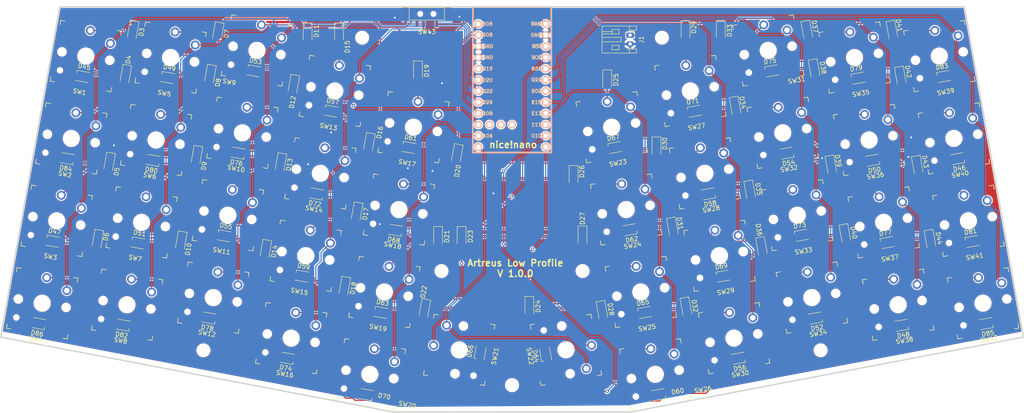
<source format=kicad_pcb>
(kicad_pcb (version 20211014) (generator pcbnew)
  (layers (0 "F.Cu" signal) (31 "B.Cu" signal) (34 "B.Paste" user) (35 "F.Paste" user) (36 "B.SilkS" user "B.Silkscreen") (37 "F.SilkS" user "F.Silkscreen") (38 "B.Mask" user) (39 "F.Mask" user) (44 "Edge.Cuts" user))
  (net 0 "")
  (net 1 "GND")
  (net 2 "ROW0")
  (net 3 "Net-(D3-Pad2)")
  (net 4 "ROW1")
  (net 5 "Net-(D4-Pad2)")
  (net 6 "ROW2")
  (net 7 "Net-(D5-Pad2)")
  (net 8 "ROW3")
  (net 9 "Net-(D6-Pad2)")
  (net 10 "Net-(D7-Pad2)")
  (net 11 "Net-(D8-Pad2)")
  (net 12 "Net-(D9-Pad2)")
  (net 13 "Net-(D10-Pad2)")
  (net 14 "Net-(D11-Pad2)")
  (net 15 "Net-(D12-Pad2)")
  (net 16 "Net-(D13-Pad2)")
  (net 17 "Net-(D14-Pad2)")
  (net 18 "Net-(D15-Pad2)")
  (net 19 "Net-(D16-Pad2)")
  (net 20 "Net-(D17-Pad2)")
  (net 21 "Net-(D18-Pad2)")
  (net 22 "Net-(D19-Pad2)")
  (net 23 "Net-(D20-Pad2)")
  (net 24 "Net-(D21-Pad2)")
  (net 25 "Net-(D22-Pad2)")
  (net 26 "Net-(D23-Pad2)")
  (net 27 "Net-(D24-Pad2)")
  (net 28 "Net-(D25-Pad2)")
  (net 29 "Net-(D26-Pad2)")
  (net 30 "Net-(D27-Pad2)")
  (net 31 "Net-(D28-Pad2)")
  (net 32 "Net-(D29-Pad2)")
  (net 33 "Net-(D30-Pad2)")
  (net 34 "Net-(D31-Pad2)")
  (net 35 "Net-(D32-Pad2)")
  (net 36 "Net-(D33-Pad2)")
  (net 37 "Net-(D34-Pad2)")
  (net 38 "Net-(D35-Pad2)")
  (net 39 "Net-(D36-Pad2)")
  (net 40 "Net-(D37-Pad2)")
  (net 41 "Net-(D38-Pad2)")
  (net 42 "Net-(D39-Pad2)")
  (net 43 "Net-(D40-Pad2)")
  (net 44 "Net-(D41-Pad2)")
  (net 45 "Net-(D42-Pad2)")
  (net 46 "Net-(D43-Pad2)")
  (net 47 "Net-(D44-Pad2)")
  (net 48 "Net-(D45-Pad2)")
  (net 49 "LED_DATA")
  (net 50 "Net-(D46-Pad2)")
  (net 51 "Net-(D46-Pad4)")
  (net 52 "Net-(D47-Pad2)")
  (net 53 "Net-(D47-Pad4)")
  (net 54 "Net-(D48-Pad2)")
  (net 55 "Net-(D48-Pad4)")
  (net 56 "Net-(D49-Pad2)")
  (net 57 "Net-(D50-Pad2)")
  (net 58 "Net-(D51-Pad2)")
  (net 59 "Net-(D52-Pad2)")
  (net 60 "Net-(D53-Pad2)")
  (net 61 "Net-(D54-Pad2)")
  (net 62 "Net-(D55-Pad2)")
  (net 63 "Net-(D56-Pad2)")
  (net 64 "Net-(D57-Pad2)")
  (net 65 "Net-(D58-Pad2)")
  (net 66 "Net-(D59-Pad2)")
  (net 67 "Net-(D60-Pad2)")
  (net 68 "Net-(D61-Pad2)")
  (net 69 "Net-(D62-Pad2)")
  (net 70 "Net-(D63-Pad2)")
  (net 71 "Net-(D64-Pad2)")
  (net 72 "Net-(D65-Pad2)")
  (net 73 "Net-(D66-Pad2)")
  (net 74 "Net-(D67-Pad2)")
  (net 75 "Net-(D68-Pad2)")
  (net 76 "Net-(D69-Pad2)")
  (net 77 "Net-(D70-Pad2)")
  (net 78 "Net-(D71-Pad2)")
  (net 79 "Net-(D72-Pad2)")
  (net 80 "Net-(D73-Pad2)")
  (net 81 "Net-(D74-Pad2)")
  (net 82 "Net-(D75-Pad2)")
  (net 83 "Net-(D76-Pad2)")
  (net 84 "Net-(D77-Pad2)")
  (net 85 "Net-(D78-Pad2)")
  (net 86 "Net-(D79-Pad2)")
  (net 87 "Net-(D80-Pad2)")
  (net 88 "Net-(D81-Pad2)")
  (net 89 "Net-(D82-Pad2)")
  (net 90 "COL0")
  (net 91 "COL1")
  (net 92 "COL2")
  (net 93 "COL3")
  (net 94 "COL4")
  (net 95 "COL5")
  (net 96 "COL6")
  (net 97 "COL7")
  (net 98 "COL8")
  (net 99 "COL9")
  (net 100 "COL10")
  (net 101 "+3V3")
  (net 102 "+BATT")
  (net 109 "Net-(J1-Pad1)")
  (footprint "nice-nano-kicad-master:nice_nano" (layer "F.Cu") (at 134 37.846 -90)
    (fp_text reference "U1" hide)
    (fp_text value "nice_nano" hide)
  )
  (footprint "Diode_SMD:D_SOD-123" (layer "F.Cu") (at 58.928 73.279 -100)
    (fp_text reference "D10")
    (fp_text value "MBR0520")
  )
  (footprint "LED_SMD:LED_Cree-PLCC4_2x2mm_CW" (layer "F.Cu") (at 238.379 73.279 10)
    (fp_text reference "D81")
    (fp_text value "WS2812B")
  )
  (footprint "LED_SMD:LED_Cree-PLCC4_2x2mm_CW" (layer "F.Cu") (at 160.782 70.612 -170)
    (fp_text reference "D62")
    (fp_text value "WS2812B")
  )
  (footprint "keyswitches:SW_PG1350" (layer "F.Cu") (at 163.199539 84.746057 -170)
    (fp_text reference "SW25")
    (fp_text value "SW_Push")
  )
  (footprint "Diode_SMD:D_SOD-123" (layer "F.Cu") (at 87.63 25.908 -90)
    (fp_text reference "D11")
    (fp_text value "MBR0520")
  )
  (footprint "keyswitches:SW_PG1350" (layer "F.Cu") (at 202.011419 86.025888 -170)
    (fp_text reference "SW34")
    (fp_text value "SW_Push")
  )
  (footprint "keyswitches:SW_PG1350" (layer "F.Cu") (at 27.424216 87.311819 170)
    (fp_text reference "SW4")
    (fp_text value "SW_Push")
  )
  (footprint "keyswitches:SW_PG1350" (layer "F.Cu") (at 56.554454 31.52267 170)
    (fp_text reference "SW5")
    (fp_text value "SW_Push")
  )
  (footprint "LED_SMD:LED_Cree-PLCC4_2x2mm_CW" (layer "F.Cu") (at 141.605 98.933 100)
    (fp_text reference "D64")
    (fp_text value "WS2812B")
  )
  (footprint "LED_SMD:LED_Cree-PLCC4_2x2mm_CW" (layer "F.Cu") (at 215.827888 54.833592 -170)
    (fp_text reference "D50")
    (fp_text value "WS2812B")
  )
  (footprint "keyswitches:SW_PG1350" (layer "F.Cu") (at 156.600908 47.323362 -170)
    (fp_text reference "SW23")
    (fp_text value "SW_Push")
  )
  (footprint "Diode_SMD:D_SOD-123" (layer "F.Cu") (at 187.96 61.722 -80)
    (fp_text reference "D35")
    (fp_text value "MBR0520")
  )
  (footprint "LED_SMD:LED_Cree-PLCC4_2x2mm_CW" (layer "F.Cu") (at 235.077 54.483 -170)
    (fp_text reference "D46")
    (fp_text value "WS2812B")
  )
  (footprint "LED_SMD:LED_Cree-PLCC4_2x2mm_CW" (layer "F.Cu") (at 231.902 35.814 10)
    (fp_text reference "D83")
    (fp_text value "WS2812B")
  )
  (footprint "keyswitches:SW_PG1350" (layer "F.Cu") (at 192.113473 29.891846 -170)
    (fp_text reference "SW31")
    (fp_text value "SW_Push")
  )
  (footprint "Diode_SMD:D_SOD-123" (layer "F.Cu") (at 220.218 25.4 -80)
    (fp_text reference "D41")
    (fp_text value "MBR0520")
  )
  (footprint "Diode_SMD:D_SOD-123" (layer "F.Cu") (at 67.31 25.781 -100)
    (fp_text reference "D7")
    (fp_text value "MBR0520")
  )
  (footprint "Diode_SMD:D_SOD-123" (layer "F.Cu") (at 84.455 37.719 -100)
    (fp_text reference "D12")
    (fp_text value "MBR0520")
  )
  (footprint "LED_SMD:LED_Cree-PLCC4_2x2mm_CW" (layer "F.Cu") (at 71.882 53.213 170)
    (fp_text reference "D76")
    (fp_text value "WS2812B")
  )
  (footprint "LED_SMD:LED_Cree-PLCC4_2x2mm_CW" (layer "F.Cu") (at 241.554 91.948 -170)
    (fp_text reference "D85")
    (fp_text value "WS2812B")
  )
  (footprint "keyswitches:SW_PG1350" (layer "F.Cu") (at 218.291692 68.939264 -170)
    (fp_text reference "SW37")
    (fp_text value "SW_Push")
  )
  (footprint "Diode_SMD:D_SOD-123" (layer "F.Cu") (at 81.534 55.499 -100)
    (fp_text reference "D13")
    (fp_text value "MBR0520")
  )
  (footprint "LED_SMD:LED_Cree-PLCC4_2x2mm_CW" (layer "F.Cu") (at 29.836901 73.24212 -10)
    (fp_text reference "D47")
    (fp_text value "WS2812B")
  )
  (footprint "LED_SMD:LED_Cree-PLCC4_2x2mm_CW" (layer "F.Cu") (at 33.147 54.483 170)
    (fp_text reference "D84")
    (fp_text value "WS2812B")
  )
  (footprint "Diode_SMD:D_SOD-123" (layer "F.Cu") (at 48.006 25.4 -100)
    (fp_text reference "D3")
    (fp_text value "MBR0520")
  )
  (footprint "keyswitches:SW_PG1350" (layer "F.Cu") (at 83.905554 95.24015 170)
    (fp_text reference "SW16")
    (fp_text value "SW_Push")
  )
  (footprint "keyswitches:SW_PG1350" (layer "F.Cu") (at 87.204869 76.528803 170)
    (fp_text reference "SW15")
    (fp_text value "SW_Push")
  )
  (footprint "Diode_SMD:D_SOD-123" (layer "F.Cu") (at 46.355 35.433 -100)
    (fp_text reference "D4")
    (fp_text value "MBR0520")
  )
  (footprint "LED_SMD:LED_Cree-PLCC4_2x2mm_CW" (layer "F.Cu") (at 202.819 90.678 -170)
    (fp_text reference "D52")
    (fp_text value "WS2812B")
  )
  (footprint "keyswitches:SW_PG1350" (layer "F.Cu") (at 174.444015 39.100008 -170)
    (fp_text reference "SW27")
    (fp_text value "SW_Push")
  )
  (footprint "Diode_SMD:D_SOD-123" (layer "F.Cu") (at 117.221 72.136 -90)
    (fp_text reference "D21")
    (fp_text value "MBR0520")
  )
  (footprint "LED_SMD:LED_Cree-PLCC4_2x2mm_CW" (layer "F.Cu") (at 86.36 81.153 -10)
    (fp_text reference "D59")
    (fp_text value "WS2812B")
  )
  (footprint "Diode_SMD:D_SOD-123" (layer "F.Cu") (at 206.375 56.007 -80)
    (fp_text reference "D39")
    (fp_text value "MBR0520")
  )
  (footprint "keyswitches:SW_PG1350" (layer "F.Cu") (at 34.022847 49.889125 170)
    (fp_text reference "SW2")
    (fp_text value "SW_Push")
  )
  (footprint "Diode_SMD:D_SOD-123" (layer "F.Cu") (at 225.965519 56.107933 -80)
    (fp_text reference "D43")
    (fp_text value "MBR0520")
  )
  (footprint "keyswitches:SW_PG1350" (layer "F.Cu") (at 230.925353 31.171678 -170)
    (fp_text reference "SW39")
    (fp_text value "SW_Push")
  )
  (footprint "LED_SMD:LED_Cree-PLCC4_2x2mm_CW" (layer "F.Cu") (at 68.707 72.009 -10)
    (fp_text reference "D55")
    (fp_text value "WS2812B")
  )
  (footprint "LED_SMD:LED_Cree-PLCC4_2x2mm_CW" (layer "F.Cu") (at 104.267 89.408 -10)
    (fp_text reference "D63")
    (fp_text value "WS2812B")
  )
  (footprint "keyswitches:SW_PG1350" (layer "F.Cu") (at 184.341961 95.23405 -170)
    (fp_text reference "SW30")
    (fp_text value "SW_Push")
  )
  (footprint "keyswitches:SW_PG1350" (layer "F.Cu") (at 90.504185 57.817455 170)
    (fp_text reference "SW14")
    (fp_text value "SW_Push")
  )
  (footprint "Diode_SMD:D_SOD-123" (layer "F.Cu") (at 101.6 50.927 -100)
    (fp_text reference "D16")
    (fp_text value "MBR0520")
  )
  (footprint "MountingHole:MountingHole_2.7mm_M2.5" (layer "F.Cu") (at 100 27)
    (fp_text reference "Mounting Hole 4" hide)
    (fp_text value "MountingHole_2.7mm_M2.5")
  )
  (footprint "keyswitches:SW_PG1350" (layer "F.Cu") (at 122.022841 97.89955 -100)
    (fp_text reference "SW21")
    (fp_text value "SW_Push")
  )
  (footprint "keyswitches:SW_PG1350" (layer "F.Cu") (at 240.823299 87.305719 -170)
    (fp_text reference "SW42")
    (fp_text value "SW_Push")
  )
  (footprint "LED_SMD:LED_Cree-PLCC4_2x2mm_CW" (layer "F.Cu") (at 181.864 81.153 10)
    (fp_text reference "D69")
    (fp_text value "WS2812B")
  )
  (footprint "MountingHole:MountingHole_2.7mm_M2.5" (layer "F.Cu") (at 64 98)
    (fp_text reference "mounting Hole 1" hide)
    (fp_text value "MountingHole_2.7mm_M2.5" hide)
  )
  (footprint "Diode_SMD:D_SOD-123" (layer "F.Cu") (at 181.356 25.4 -90)
    (fp_text reference "D33")
    (fp_text value "MBR0520")
  )
  (footprint "Diode_SMD:D_SOD-123" (layer "F.Cu") (at 200.914 25.4 -80)
    (fp_text reference "D37")
    (fp_text value "MBR0520")
  )
  (footprint "LED_SMD:LED_Cree-PLCC4_2x2mm_CW" (layer "F.Cu") (at 45.838901 92.29212 170)
    (fp_text reference "D82")
    (fp_text value "WS2812B")
  )
  (footprint "LED_SMD:LED_Cree-PLCC4_2x2mm_CW" (layer "F.Cu") (at 222.377 92.329 -170)
    (fp_text reference "D48")
    (fp_text value "WS2812B")
  )
  (footprint "LED_SMD:LED_Cree-PLCC4_2x2mm_CW" (layer "F.Cu") (at 199.644 71.882 10)
    (fp_text reference "D73")
    (fp_text value "WS2812B")
  )
  (footprint "MountingHole:MountingHole_2.7mm_M2.5" (layer "F.Cu") (at 134 105.918)
    (fp_text reference "Mounting Hole 2" hide)
    (fp_text value "MountingHole_2.7mm_M2.5")
  )
  (footprint "Diode_SMD:D_SOD-123" (layer "F.Cu") (at 137.922 88.011 -90)
    (fp_text reference "D24")
    (fp_text value "MBR0520")
  )
  (footprint "Diode_SMD:D_SOD-123" (layer "F.Cu") (at 209.55 71.628 -80)
    (fp_text reference "D40")
    (fp_text value "MBR0520")
  )
  (footprint "Diode_SMD:D_SOD-123" (layer "F.Cu") (at 147.955 58.293 -90)
    (fp_text reference "D26")
    (fp_text value "MBR0520")
  )
  (footprint "Diode_SMD:D_SOD-123" (layer "F.Cu") (at 149.987 72.009 -90)
    (fp_text reference "D27")
    (fp_text value "MBR0520")
  )
  (footprint "keyswitches:SW_PG1350" (layer "F.Cu") (at 214.992377 50.227917 -170)
    (fp_text reference "SW36")
    (fp_text value "SW_Push")
  )
  (footprint "Diode_SMD:D_SOD-123" (layer "F.Cu") (at 40.005 72.898 -100)
    (fp_text reference "D6")
    (fp_text value "MBR0520")
  )
  (footprint "LED_SMD:LED_Cree-PLCC4_2x2mm_CW" (layer "F.Cu") (at 110.617 51.943 -10)
    (fp_text reference "D61")
    (fp_text value "WS2812B")
  )
  (footprint "Diode_SMD:D_SOD-123" (layer "F.Cu") (at 170.434 70.104 -80)
    (fp_text reference "D31")
    (fp_text value "MBR0520")
  )
  (footprint "Diode_SMD:D_SOD-123" (layer "F.Cu") (at 173.482 88.265 -80)
    (fp_text reference "D32")
    (fp_text value "MBR0520")
  )
  (footprint "MountingHole:MountingHole_2.7mm_M2.5" (layer "F.Cu") (at 150 80)
    (fp_text reference "Mounting Hole 7" hide)
    (fp_text value "MountingHole_2.7mm_M2.5")
  )
  (footprint "VoidSwitch:MSK12C02" (layer "F.Cu") (at 114.681 21.59)
    (fp_text reference "SW43")
    (fp_text value "SW_SPDT")
  )
  (footprint "LED_SMD:LED_Cree-PLCC4_2x2mm_CW" (layer "F.Cu") (at 167.259 108.077 -170)
    (fp_text reference "D60")
    (fp_text value "WS2812B")
  )
  (footprint "keyswitches:SW_PG1350" (layer "F.Cu") (at 37.322162 31.177777 170)
    (fp_text reference "SW1")
    (fp_text value "SW_Push")
  )
  (footprint "LED_SMD:LED_Cree-PLCC4_2x2mm_CW" (layer "F.Cu") (at 196.342 53.213 -170)
    (fp_text reference "D54")
    (fp_text value "WS2812B")
  )
  (footprint "keyswitches:SW_PG1350" (layer "F.Cu") (at 198.712104 67.314541 -170)
    (fp_text reference "SW33")
    (fp_text value "SW_Push")
  )
  (footprint "LED_SMD:LED_Cree-PLCC4_2x2mm_CW" (layer "F.Cu") (at 65.278 90.678 170)
    (fp_text reference "D78")
    (fp_text value "WS2812B")
  )
  (footprint "LED_SMD:LED_Cree-PLCC4_2x2mm_CW" (layer "F.Cu") (at 175.387 43.688 10)
    (fp_text reference "D71")
    (fp_text value "WS2812B")
  )
  (footprint "keyswitches:SW_PG1350" (layer "F.Cu") (at 105.047976 84.752157 170)
    (fp_text reference "SW19")
    (fp_text value "SW_Push")
  )
  (footprint "MountingHole:MountingHole_2.7mm_M2.5" (layer "F.Cu") (at 168 27)
    (fp_text reference "Mounting Hole 5" hide)
    (fp_text value "MountingHole_2.7mm_M2.5")
  )
  (footprint "keyswitches:SW_PG1350" (layer "F.Cu") (at 221.591007 87.650612 -170)
    (fp_text reference "SW38")
    (fp_text value "SW_Push")
  )
  (footprint "keyswitches:SW_PG1350" (layer "F.Cu") (at 181.042646 76.522703 -170)
    (fp_text reference "SW29")
    (fp_text value "SW_Push")
  )
  (footprint "keyswitches:SW_PG1350" (layer "F.Cu") (at 234.224668 49.883025 -170)
    (fp_text reference "SW40")
    (fp_text value "SW_Push")
  )
  (footprint "LED_SMD:LED_Cree-PLCC4_2x2mm_CW" (layer "F.Cu") (at 36.576 35.814 -10)
    (fp_text reference "D45")
    (fp_text value "WS2812B")
  )
  (footprint "LED_SMD:LED_Cree-PLCC4_2x2mm_CW" (layer "F.Cu") (at 89.662 62.484 170)
    (fp_text reference "D72")
    (fp_text value "WS2812B")
  )
  (footprint "keyswitches:SW_PG1350" (layer "F.Cu") (at 111.646607 47.329462 170)
    (fp_text reference "SW17")
    (fp_text value "SW_Push")
  )
  (footprint "keyswitches:SW_PG1350" (layer "F.Cu") (at 159.900224 66.03471 -170)
    (fp_text reference "SW24")
    (fp_text value "SW_Push")
  )
  (footprint "LED_SMD:LED_Cree-PLCC4_2x2mm_CW" (layer "F.Cu") (at 192.913 34.544 10)
    (fp_text reference "D75")
    (fp_text value "WS2812B")
  )
  (footprint "MountingHole:MountingHole_2.7mm_M2.5" (layer "F.Cu") (at 118 80)
    (fp_text reference "Mounting Hole 6" hide)
    (fp_text value "MountingHole_2.7mm_M2.5")
  )
  (footprint "LED_SMD:LED_Cree-PLCC4_2x2mm_CW" (layer "F.Cu") (at 52.578 54.864 170)
    (fp_text reference "D80")
    (fp_text value "WS2812B")
  )
  (footprint "LED_SMD:LED_Cree-PLCC4_2x2mm_CW" (layer "F.Cu") (at 157.353 51.943 10)
    (fp_text reference "D67")
    (fp_text value "WS2812B")
  )
  (footprint "Diode_SMD:D_SOD-123" (layer "F.Cu") (at 166.751 51.816 -90)
    (fp_text reference "D30")
    (fp_text value "MBR0520")
  )
  (footprint "keyswitches:SW_PG1350" (layer "F.Cu") (at 66.236096 86.031988 170)
    (fp_text reference "SW12")
    (fp_text value "SW_Push")
  )
  (footprint "Diode_SMD:D_SOD-123" (layer "F.Cu") (at 154.432 89.027 -80)
    (fp_text reference "D28")
    (fp_text value "MBR0520")
  )
  (footprint "LED_SMD:LED_Cree-PLCC4_2x2mm_CW" (layer "F.Cu") (at 92.964 43.688 -10)
    (fp_text reference "D57")
    (fp_text value "WS2812B")
  )
  (footprint "Diode_SMD:D_SOD-123" (layer "F.Cu") (at 202.565 34.163 -80)
    (fp_text reference "D38")
    (fp_text value "MBR0520")
  )
  (footprint "LED_SMD:LED_Cree-PLCC4_2x2mm_CW" (layer "F.Cu") (at 178.562 62.484 -170)
    (fp_text reference "D58")
    (fp_text value "WS2812B")
  )
  (footprint "keyswitches:SW_PG1350" (layer "F.Cu") (at 195.412788 48.603194 -170)
    (fp_text reference "SW32")
    (fp_text value "SW_Push")
  )
  (footprint "Diode_SMD:D_SOD-123" (layer "F.Cu") (at 62.484 53.848 -100)
    (fp_text reference "D9")
    (fp_text value "MBR0520")
  )
  (footprint "LED_SMD:LED_Cree-PLCC4_2x2mm_CW" (layer "F.Cu") (at 49.140901 73.62312 -10)
    (fp_text reference "D51")
    (fp_text value "WS2812B")
  )
  (footprint "Diode_SMD:D_SOD-123" (layer "F.Cu") (at 98.806 66.675 -100)
    (fp_text reference "D17")
    (fp_text value "MBR0520")
  )
  (footprint "Diode_SMD:D_SOD-123" (layer "F.Cu") (at 184.658 42.672 -80)
    (fp_text reference "D34")
    (fp_text value "MBR0520")
  )
  (footprint "LED_SMD:LED_Cree-PLCC4_2x2mm_CW" (layer "F.Cu") (at 83.058 99.822 170)
    (fp_text reference "D74")
    (fp_text value "WS2812B")
  )
  (footprint "MountingHole:MountingHole_2.7mm_M2.5" (layer "F.Cu") (at 204 98)
    (fp_text reference "Mounting Hole 3" hide)
    (fp_text value "MountingHole_2.7mm_M2.5")
  )
  (footprint "LED_SMD:LED_Cree-PLCC4_2x2mm_CW" (layer "F.Cu") (at 212.471 36.195 10)
    (fp_text reference "D79")
    (fp_text value "WS2812B")
  )
  (footprint "LED_SMD:LED_Cree-PLCC4_2x2mm_CW" (layer "F.Cu") (at 107.569 70.739 170)
    (fp_text reference "D68")
    (fp_text value "WS2812B")
  )
  (footprint "keyswitches:SW_PG1350" (layer "F.Cu") (at 72.834727 48.609293 170)
    (fp_text reference "SW10")
    (fp_text value "SW_Push")
  )
  (footprint "Diode_SMD:D_SOD-123" (layer "F.Cu") (at 112.649 34.544 -90)
    (fp_text reference "D19")
    (fp_text value "MBR0520")
  )
  (footprint "Diode_SMD:D_SOD-123" (layer "F.Cu") (at 96.012 83.566 -100)
    (fp_text reference "D18")
    (fp_text value "MBR0520")
  )
  (footprint "keyswitches:SW_PG1350" (layer "F.Cu") (at 30.723531 68.600472 170)
    (fp_text reference "SW3")
    (fp_text value "SW_Push")
  )
  (footprint "Diode_SMD:D_SOD-123" (layer "F.Cu") (at 122.555 72.136 -90)
    (fp_text reference "D23")
    (fp_text value "MBR0520")
  )
  (footprint "Diode_SMD:D_SOD-123" (layer "F.Cu") (at 222.123 35.814 -80)
    (fp_text reference "D42")
    (fp_text value "MBR0520")
  )
  (footprint "keyswitches:SW_PG1350" (layer "F.Cu") (at 69.535411 67.320641 170)
    (fp_text reference "SW11")
    (fp_text value "SW_Push")
  )
  (footprint "Connector_JST:JST_PH_S2B-PH-K_1x02_P2.00mm_Horizontal" (layer "F.Cu") (at 160.782 26.432 -90)
    (fp_text reference "J1")
    (fp_text value "Conn_01x02_Female")
  )
  (footprint "LED_SMD:LED_Cree-PLCC4_2x2mm_CW" (layer "F.Cu") (at 75.438 34.544 -10)
    (fp_text reference "D53")
    (fp_text value "WS2812B")
  )
  (footprint "keyswitches:SW_PG1350" (layer "F.Cu") (at 237.523984 68.594372 -170)
    (fp_text reference "SW41")
    (fp_text value "SW_Push")
  )
  (footprint "Diode_SMD:D_SOD-123" (layer "F.Cu") (at 190.627 74.549 -80)
    (fp_text reference "D36")
    (fp_text value "MBR0520")
  )
  (footprint "keyswitches:SW_PG1350" (layer "F.Cu") (at 101.74866 103.463504 170)
    (fp_text reference "SW20")
    (fp_text value "SW_Push")
  )
  (footprint "Diode_SMD:D_SOD-123" (layer "F.Cu") (at 65.532 35.433 -100)
    (fp_text reference "D8")
    (fp_text value "MBR0520")
  )
  (footprint "Diode_SMD:D_SOD-123" (layer "F.Cu") (at 155.575 36.576 -90)
    (fp_text reference "D25")
    (fp_text value "MBR0520")
  )
  (footprint "LED_SMD:LED_Cree-PLCC4_2x2mm_CW" (layer "F.Cu") (at 219.075 73.533 10)
    (fp_text reference "D77")
    (fp_text value "WS2812B")
  )
  (footprint "Diode_SMD:D_SOD-123" (layer "F.Cu") (at 114.173 88.646 -100)
    (fp_text reference "D22")
    (fp_text value "MBR0520")
  )
  (footprint "LED_SMD:LED_Cree-PLCC4_2x2mm_CW" (layer "F.Cu") (at 100.965 108.077 170)
    (fp_text reference "D70")
    (fp_text value "WS2812B")
  )
  (footprint "keyswitches:SW_PG1350" (layer "F.Cu") (at 49.955823 68.945364 170)
    (fp_text reference "SW7")
    (fp_text value "SW_Push")
  )
  (footprint "Diode_SMD:D_SOD-123" (layer "F.Cu") (at 94.742 25.908 -90)
    (fp_text reference "D15")
    (fp_text value "MBR0520")
  )
  (footprint "LED_SMD:LED_Cree-PLCC4_2x2mm_CW" (layer "F.Cu") (at 185.293 99.822 -170)
    (fp_text reference "D56")
    (fp_text value "WS2812B")
  )
  (footprint "keyswitches:SW_PG1350" (layer "F.Cu") (at 146.224674 97.89345 100)
    (fp_text reference "SW22")
    (fp_text value "SW_Push")
  )
  (footprint "keyswitches:SW_PG1350" (layer "F.Cu") (at 166.498855 103.457404 -170)
    (fp_text reference "SW26")
    (fp_text value "SW_Push")
  )
  (footprint "keyswitches:SW_PG1350" (layer "F.Cu") (at 211.693061 31.51657 -170)
    (fp_text reference "SW35")
    (fp_text value "SW_Push")
  )
  (footprint "Diode_SMD:D_SOD-123" (layer "F.Cu") (at 173.355 25.4 -90)
    (fp_text reference "D29")
    (fp_text value "MBR0520")
  )
  (footprint "keyswitches:SW_PG1350" (layer "F.Cu") (at 53.255138 50.234017 170)
    (fp_text reference "SW6")
    (fp_text value "SW_Push")
  )
  (footprint "Diode_SMD:D_SOD-123" (layer "F.Cu") (at 78.105 75.184 -100)
    (fp_text reference "D14")
    (fp_text value "MBR0520")
  )
  (footprint "keyswitches:SW_PG1350" (layer "F.Cu") (at 93.8035 39.106108 170)
    (fp_text reference "SW13")
    (fp_text value "SW_Push")
  )
  (footprint "LED_SMD:LED_Cree-PLCC4_2x2mm_CW" (layer "F.Cu") (at 55.88 36.068 -10)
    (fp_text reference "D49")
    (fp_text value "WS2812B")
  )
  (footprint "LED_SMD:LED_Cree-PLCC4_2x2mm_CW" (layer "F.Cu") (at 126.746 98.582408 80)
    (fp_text reference "D66")
    (fp_text value "WS2812B")
  )
  (footprint "keyswitches:SW_PG1350" (layer "F.Cu") (at 76.134042 29.897946 170)
    (fp_text reference "SW9")
    (fp_text value "SW_Push")
  )
  (footprint "Diode_SMD:D_SOD-123" (layer "F.Cu") (at 121.539 53.467 -100)
    (fp_text reference "D20")
    (fp_text value "MBR0520")
  )
  (footprint "keyswitches:SW_PG1350" (layer "F.Cu") (at 46.656508 87.656711 170)
    (fp_text reference "SW8")
    (fp_text value "SW_Push")
  )
  (footprint "Diode_SMD:D_SOD-123" (layer "F.Cu") (at 42.672 55.372 -100)
    (fp_text reference "D5")
    (fp_text value "MBR0520")
  )
  (footprint "keyswitches:SW_PG1350" (layer "F.Cu") (at 177.74333 57.811355 -170)
    (fp_text reference "SW28")
    (fp_text value "SW_Push")
  )
  (footprint "Diode_SMD:D_SOD-123" (layer "F.Cu") (at 228.854 72.898 -80)
    (fp_text reference "D44")
    (fp_text value "MBR0520")
  )
  (footprint "keyswitches:SW_PG1350" (layer "F.Cu") (at 108.347291 66.040809 170)
    (fp_text reference "SW18")
    (fp_text value "SW_Push")
  )
  (footprint "LED_SMD:LED_Cree-PLCC4_2x2mm_CW" (layer "F.Cu") (at 164.084 89.408 10)
    (fp_text reference "D65")
    (fp_text value "WS2812B")
  )
  (footprint "LED_SMD:LED_Cree-PLCC4_2x2mm_CW" (layer "F.Cu") (at 26.67 91.948 170)
    (fp_text reference "D86")
    (fp_text value "WS2812B")
  )
  (gr_line (start 107 112) (end 18 95) (layer "Edge.Cuts") (width 0.3))
  (gr_line (start 31.4 20) (end 236.6 20) (layer "Edge.Cuts") (width 0.3))
  (gr_line (start 161 112) (end 107 112) (layer "Edge.Cuts") (width 0.3))
  (gr_line (start 250 95) (end 161 112) (layer "Edge.Cuts") (width 0.3))
  (gr_line (start 18 95) (end 31.4 20) (layer "Edge.Cuts") (width 0.3))
  (gr_line (start 236.6 20) (end 250 95) (layer "Edge.Cuts") (width 0.3))
  (gr_text "Artreus Low Profile\nV 1.0.0" (at 134.747 79.375) (layer "F.SilkS") (effects (font (size 1.5 1.5) (thickness 0.3))))
  (segment (start 51.934901 54.19212) (end 48.80488 54.19212) (width 0.25) (layer "F.Cu") (net 1))
  (segment (start 52.429696 53.697325) (end 68.857675 53.697325) (width 0.25) (layer "F.Cu") (net 1))
  (segment (start 34.798 53.086) (end 33.229021 53.086) (width 0.25) (layer "F.Cu") (net 1))
  (segment (start 36.576 54.864) (end 34.798 53.086) (width 0.25) (layer "F.Cu") (net 1))
  (segment (start 33.229021 53.086) (end 32.503901 53.81112) (width 0.25) (layer "F.Cu") (net 1))
  (segment (start 48.80488 54.19212) (end 48.133 54.864) (width 0.25) (layer "F.Cu") (net 1))
  (segment (start 70.01388 52.54112) (end 71.238901 52.54112) (width 0.25) (layer "F.Cu") (net 1))
  (segment (start 48.133 54.864) (end 36.576 54.864) (width 0.25) (layer "F.Cu") (net 1))
  (segment (start 68.857675 53.697325) (end 70.01388 52.54112) (width 0.25) (layer "F.Cu") (net 1))
  (segment (start 51.934901 54.19212) (end 52.429696 53.697325) (width 0.25) (layer "F.Cu") (net 1))
  (via (at 115.316 25.781) (size 0.8) (drill 0.4) (layers "F.Cu" "B.Cu") (net 1))
  (via (at 87.757 55.753) (size 0.8) (drill 0.4) (layers "F.Cu" "B.Cu") (net 1))
  (via (at 118.11 37.338) (size 0.8) (drill 0.4) (layers "F.Cu" "B.Cu") (net 1))
  (via (at 92.964 48.514) (size 0.8) (drill 0.4) (layers "F.Cu" "B.Cu") (net 1))
  (via (at 224.536 49.657) (size 0.8) (drill 0.4) (layers "F.Cu" "B.Cu") (net 1))
  (via (at 107.412855 22.446371) (size 0.8) (drill 0.4) (layers "F.Cu" "B.Cu") (net 1))
  (via (at 110.363 56.642) (size 0.8) (drill 0.4) (layers "F.Cu" "B.Cu") (net 1))
  (via (at 204.343 54.356) (size 0.8) (drill 0.4) (layers "F.Cu" "B.Cu") (net 1))
  (via (at 223.901 54.102) (size 0.8) (drill 0.4) (layers "F.Cu" "B.Cu") (net 1))
  (via (at 129.794 62.357) (size 0.8) (drill 0.4) (layers "F.Cu" "B.Cu") (net 1))
  (via (at 115.951 57.277) (size 0.8) (drill 0.4) (layers "F.Cu" "B.Cu") (net 1))
  (via (at 104.013 69.342) (size 0.8) (drill 0.4) (layers "F.Cu" "B.Cu") (net 1))
  (via (at 122.047 22.225) (size 0.8) (drill 0.4) (layers "F.Cu" "B.Cu") (net 1))
  (via (at 43.688 51.435) (size 0.8) (drill 0.4) (layers "F.Cu" "B.Cu") (net 1))
  (segment (start 48.292519 23.775067) (end 67.215519 23.775067) (width 0.25) (layer "F.Cu") (net 2))
  (segment (start 111.252 28.067) (end 107.823 24.638) (width 0.25) (layer "F.Cu") (net 2))
  (segment (start 112.649 29.21) (end 113.792 28.067) (width 0.25) (layer "F.Cu") (net 2))
  (segment (start 185.547 22.606) (end 184.403 23.75) (width 0.25) (layer "F.Cu") (net 2))
  (segment (start 112.649 32.894) (end 112.649 29.21) (width 0.25) (layer "F.Cu") (net 2))
  (segment (start 94.742 24.258) (end 96.267 22.733) (width 0.25) (layer "F.Cu") (net 2))
  (segment (start 67.596519 24.156067) (end 68.955517 22.797069) (width 0.25) (layer "F.Cu") (net 2))
  (segment (start 155.575 25.146) (end 154.179 23.75) (width 0.25) (layer "F.Cu") (net 2))
  (segment (start 112.014 22.479) (end 109.855 24.638) (width 0.25) (layer "F.Cu") (net 2))
  (segment (start 193.955067 23.775067) (end 192.786 22.606) (width 0.25) (layer "F.Cu") (net 2))
  (segment (start 107.823 24.638) (end 104.523 24.638) (width 0.25) (layer "F.Cu") (net 2))
  (segment (start 109.855 24.638) (end 107.823 24.638) (width 0.25) (layer "F.Cu") (net 2))
  (segment (start 96.267 22.733) (end 102.616 22.733) (width 0.25) (layer "F.Cu") (net 2))
  (segment (start 181.356 23.75) (end 173.355 23.75) (width 0.25) (layer "F.Cu") (net 2))
  (segment (start 104.523 24.638) (end 104.522 24.639) (width 0.25) (layer "F.Cu") (net 2))
  (segment (start 154.179 23.75) (end 156.464 23.75) (width 0.25) (layer "F.Cu") (net 2))
  (segment (start 154.179 23.75) (end 151.638 21.209) (width 0.25) (layer "F.Cu") (net 2))
  (segment (start 219.931481 23.775067) (end 200.627481 23.775067) (width 0.25) (layer "F.Cu") (net 2))
  (segment (start 173.355 23.75) (end 156.464 23.75) (width 0.25) (layer "F.Cu") (net 2))
  (segment (start 126.38 24.115) (end 122.428 28.067) (width 0.25) (layer "F.Cu") (net 2))
  (segment (start 68.955517 22.797069) (end 86.169069 22.797069) (width 0.25) (layer "F.Cu") (net 2))
  (segment (start 155.575 34.926) (end 155.575 25.146) (width 0.25) (layer "F.Cu") (net 2))
  (segment (start 119.078744 21.209) (end 117.808744 22.479) (width 0.25) (layer "F.Cu") (net 2))
  (segment (start 117.808744 22.479) (end 112.014 22.479) (width 0.25) (layer "F.Cu") (net 2))
  (segment (start 151.638 21.209) (end 119.078744 21.209) (width 0.25) (layer "F.Cu") (net 2))
  (segment (start 102.616 22.733) (end 104.522 24.639) (width 0.25) (layer "F.Cu") (net 2))
  (segment (start 200.627481 23.775067) (end 193.955067 23.775067) (width 0.25) (layer "F.Cu") (net 2))
  (segment (start 184.403 23.75) (end 181.356 23.75) (width 0.25) (layer "F.Cu") (net 2))
  (segment (start 122.428 28.067) (end 113.792 28.067) (width 0.25) (layer "F.Cu") (net 2))
  (segment (start 86.169069 22.797069) (end 87.63 24.258) (width 0.25) (layer "F.Cu") (net 2))
  (segment (start 126.38 23.876) (end 126.38 24.115) (width 0.25) (layer "F.Cu") (net 2))
  (segment (start 192.786 22.606) (end 185.547 22.606) (width 0.25) (layer "F.Cu") (net 2))
  (segment (start 113.792 28.067) (end 111.252 28.067) (width 0.25) (layer "F.Cu") (net 2))
  (segment (start 87.63 24.258) (end 94.742 24.258) (width 0.25) (layer "F.Cu") (net 2))
  (segment (start 67.215519 23.775067) (end 67.596519 24.156067) (width 0.25) (layer "F.Cu") (net 2))
  (segment (start 46.061959 25.367411) (end 47.719481 27.024933) (width 0.25) (layer "F.Cu") (net 3))
  (segment (start 38.346686 25.367411) (end 46.061959 25.367411) (width 0.25) (layer "F.Cu") (net 3))
  (segment (start 51.314734 33.808067) (end 55.689152 29.433649) (width 0.25) (layer "F.Cu") (net 4))
  (segment (start 84.741519 36.094067) (end 88.519 32.316586) (width 0.25) (layer "F.Cu") (net 4))
  (segment (start 121.825519 31.971481) (end 121.825519 29.235167) (width 0.25) (layer "F.Cu") (net 4))
  (segment (start 46.641519 33.808067) (end 51.314734 33.808067) (width 0.25) (layer "F.Cu") (net 4))
  (segment (start 184.277 40.005) (end 184.371481 40.099481) (width 0.25) (layer "F.Cu") (net 4))
  (segment (start 145.797 56.643) (end 144.653 55.499) (width 0.25) (layer "F.Cu") (net 4))
  (segment (start 57.419756 29.433649) (end 58.974107 30.988) (width 0.25) (layer "F.Cu") (net 4))
  (segment (start 104.14 24.822686) (end 102.450514 23.1332) (width 0.25) (layer "F.Cu") (net 4))
  (segment (start 88.519 32.316586) (end 88.519 29.21) (width 0.25) (layer "F.Cu") (net 4))
  (segment (start 70.866 30.988) (end 74.045075 27.808925) (width 0.25) (layer "F.Cu") (net 4))
  (segment (start 144.653 55.499) (end 125.082012 55.499) (width 0.25) (layer "F.Cu") (net 4))
  (segment (start 118.872 34.925) (end 121.825519 31.971481) (width 0.25) (layer "F.Cu") (net 4))
  (segment (start 65.818519 33.808067) (end 68.045933 33.808067) (width 0.25) (layer "F.Cu") (net 4))
  (segment (start 184.371481 41.047067) (end 184.229519 41.189029) (width 0.25) (layer "F.Cu") (net 4))
  (segment (start 221.836481 34.189067) (end 221.683414 34.036) (width 0.25) (layer "F.Cu") (net 4))
  (segment (start 147.955 56.643) (end 145.797 56.643) (width 0.25) (layer "F.Cu") (net 4))
  (segment (start 95.580022 25.019) (end 92.71 25.019) (width 0.25) (layer "F.Cu") (net 4))
  (segment (start 104.14 47.048586) (end 104.14 36.703) (width 0.25) (layer "F.Cu") (net 4))
  (segment (start 55.689152 29.433649) (end 57.419756 29.433649) (width 0.25) (layer "F.Cu") (net 4))
  (segment (start 184.371481 40.099481) (end 184.371481 41.047067) (width 0.25) (layer "F.Cu") (net 4))
  (segment (start 104.14 36.703) (end 104.14 24.822686) (width 0.25) (layer "F.Cu") (net 4))
  (segment (start 97.466502 23.13252) (end 95.580022 25.019) (width 0.25) (layer "F.Cu") (net 4))
  (segment (start 221.683414 34.036) (end 209.573991 34.036) (width 0.25) (layer "F.Cu") (net 4))
  (segment (start 121.825519 52.242507) (end 121.825519 51.842067) (width 0.25) (layer "F.Cu") (net 4))
  (segment (start 102.450514 23.13252) (end 97.466502 23.13252) (width 0.25) (layer "F.Cu") (net 4))
  (segment (start 102.450514 23.1332) (end 102.450514 23.13252) (width 0.25) (layer "F.Cu") (net 4))
  (segment (start 170.519971 41.189029) (end 166.751 44.958) (width 0.25) (layer "F.Cu") (net 4))
  (segment (start 105.918 34.925) (end 118.872 34.925) (width 0.25) (layer "F.Cu") (net 4))
  (segment (start 101.886519 49.302067) (end 104.14 47.048586) (width 0.25) (layer "F.Cu") (net 4))
  (segment (start 209.573991 34.036) (end 206.784205 31.246214) (width 0.25) (layer "F.Cu") (net 4))
  (segment (start 78.608925 27.808925) (end 80.01 29.21) (width 0.25) (layer "F.Cu") (net 4))
  (segment (start 121.825519 29.235167) (end 124.644686 26.416) (width 0.25) (layer "F.Cu") (net 4))
  (segment (start 203.570334 31.246214) (end 202.278481 32.538067) (width 0.25) (layer "F.Cu") (net 4))
  (segment (start 74.045075 27.808925) (end 78.608925 27.808925) (width 0.25) (layer "F.Cu") (net 4))
  (segment (start 206.784205 31.246214) (end 203.570334 31.246214) (width 0.25) (layer "F.Cu") (net 4))
  (segment (start 125.082012 55.499) (end 121.825519 52.242507) (width 0.25) (layer "F.Cu") (net 4))
  (segment (start 184.277 37.129467) (end 184.277 40.005) (width 0.25) (layer "F.Cu") (net 4))
  (segment (start 124.644686 26.416) (end 126.38 26.416) (width 0.25) (layer "F.Cu") (net 4))
  (segment (start 153.414418 49.911) (end 147.955 55.370418) (width 0.25) (layer "F.Cu") (net 4))
  (segment (start 189.020467 32.386) (end 184.277 37.129467) (width 0.25) (layer "F.Cu") (net 4))
  (segment (start 166.496 49.911) (end 153.414418 49.911) (width 0.25) (layer "F.Cu") (net 4))
  (segment (start 80.01 29.21) (end 88.519 29.21) (width 0.25) (layer "F.Cu") (net 4))
  (segment (start 92.71 25.019) (end 88.519 29.21) (width 0.25) (layer "F.Cu") (net 4))
  (segment (start 166.751 50.166) (end 166.496 49.911) (width 0.25) (layer "F.Cu") (net 4))
  (segment (start 68.045933 33.808067) (end 70.866 30.988) (width 0.25) (layer "F.Cu") (net 4))
  (segment (start 121.825519 51.842067) (end 121.825519 31.971481) (width 0.25) (layer "F.Cu") (net 4))
  (segment (start 58.974107 30.988) (end 70.866 30.988) (width 0.25) (layer "F.Cu") (net 4))
  (segment (start 166.751 44.958) (end 166.751 50.166) (width 0.25) (layer "F.Cu") (net 4))
  (segment (start 184.229519 41.189029) (end 170.519971 41.189029) (width 0.25) (layer "F.Cu") (net 4))
  (segment (start 104.14 36.703) (end 105.918 34.925) (width 0.25) (layer "F.Cu") (net 4))
  (segment (start 202.184 32.386) (end 189.020467 32.386) (width 0.25) (layer "F.Cu") (net 4))
  (segment (start 147.955 55.370418) (end 147.955 56.643) (width 0.25) (layer "F.Cu") (net 4))
  (segment (start 39.047655 44.078759) (end 46.068481 37.057933) (width 0.25) (layer "F.Cu") (net 5))
  (segment (start 35.047371 44.078759) (end 39.047655 44.078759) (width 0.25) (layer "F.Cu") (net 5))
  (segment (start 78.736231 50.789779) (end 81.820519 53.874067) (width 0.25) (layer "F.Cu") (net 6))
  (segment (start 175.133 60.706) (end 175.741933 60.097067) (width 0.25) (layer "F.Cu") (net 6))
  (segment (start 187.673481 60.097067) (end 187.806933 60.097067) (width 0.25) (layer "F.Cu") (net 6))
  (segment (start 44.931933 53.747067) (end 46.355 52.324) (width 0.25) (layer "F.Cu") (net 6))
  (segment (start 105.41 68.326) (end 113.538 68.326) (width 0.25) (layer "F.Cu") (net 6))
  (segment (start 46.355 52.324) (end 46.445503 52.414503) (width 0.25) (layer "F.Cu") (net 6))
  (segment (start 223.774 52.578) (end 225.679 54.483) (width 0.25) (layer "F.Cu") (net 6))
  (segment (start 73.66 50.673) (end 73.776779 50.789779) (width 0.25) (layer "F.Cu") (net 6))
  (segment (start 73.634686 50.698314) (end 73.66 50.673) (width 0.25) (layer "F.Cu") (net 6))
  (segment (start 115.698 70.486) (end 117.221 70.486) (width 0.25) (layer "F.Cu") (net 6))
  (segment (start 126.491 70.486) (end 126.6825 70.2945) (width 0.25) (layer "F.Cu") (net 6))
  (segment (start 162.56 68.326) (end 162.713067 68.479067) (width 0.25) (layer "F.Cu") (net 6))
  (segment (start 73.776779 50.789779) (end 78.736231 50.789779) (width 0.25) (layer "F.Cu") (net 6))
  (segment (start 62.579083 52.414503) (end 62.770519 52.223067) (width 0.25) (layer "F.Cu") (net 6))
  (segment (start 154.304 70.359) (end 156.337 68.326) (width 0.25) (layer "F.Cu") (net 6))
  (segment (start 99.092519 65.050067) (end 101.860452 67.818) (width 0.25) (layer "F.Cu") (net 6))
  (segment (start 156.337 68.326) (end 162.56 68.326) (width 0.25) (layer "F.Cu") (net 6))
  (segment (start 104.902 67.818) (end 105.41 68.326) (width 0.25) (layer "F.Cu") (net 6))
  (segment (start 113.538 68.326) (end 115.698 70.486) (width 0.25) (layer "F.Cu") (net 6))
  (segment (start 94.234 60.191548) (end 99.092519 65.050067) (width 0.25) (layer "F.Cu") (net 6))
  (segment (start 211.455 52.578) (end 223.774 52.578) (width 0.25) (layer "F.Cu") (net 6))
  (segment (start 175.133 63.881) (end 175.133 60.706) (width 0.25) (layer "F.Cu") (net 6))
  (segment (start 122.555 70.486) (end 126.491 70.486) (width 0.25) (layer "F.Cu") (net 6))
  (segment (start 192.913 52.705) (end 194.691 50.927) (width 0.25) (layer "F.Cu") (net 6))
  (segment (start 64.320586 50.673) (end 71.944111 50.673) (width 0.25) (layer "F.Cu") (net 6))
  (segment (start 42.958519 53.747067) (end 44.931933 53.747067) (width 0.25) (layer "F.Cu") (net 6))
  (segment (start 117.221 70.486) (end 122.555 70.486) (width 0.25) (layer "F.Cu") (net 6))
  (segment (start 126.747 70.359) (end 126.6825 70.2945) (width 0.25) (layer "F.Cu") (net 6))
  (segment (start 187.806933 60.097067) (end 192.913 54.991) (width 0.25) (layer "F.Cu") (net 6))
  (segment (start 71.969425 50.698314) (end 73.634686 50.698314) (width 0.25) (layer "F.Cu") (net 6))
  (segment (start 209.650933 54.382067) (end 211.455 52.578) (width 0.25) (layer "F.Cu") (net 6))
  (segment (start 206.088481 54.382067) (end 209.650933 54.382067) (width 0.25) (layer "F.Cu") (net 6))
  (segment (start 62.770519 52.223067) (end 64.320586 50.673) (width 0.25) (layer "F.Cu") (net 6))
  (segment (start 162.713067 68.479067) (end 170.147481 68.479067) (width 0.25) (layer "F.Cu") (net 6))
  (segment (start 170.534933 68.479067) (end 175.133 63.881) (width 0.25) (layer "F.Cu") (net 6))
  (segment (start 194.691 50.927) (end 202.633414 50.927) (width 0.25) (layer "F.Cu") (net 6))
  (segment (start 89.51512 53.874067) (end 94.234 58.592947) (width 0.25) (layer "F.Cu") (net 6))
  (segment (start 71.944111 50.673) (end 71.969425 50.698314) (width 0.25) (layer "F.Cu") (net 6))
  (segment (start 175.741933 60.097067) (end 187.673481 60.097067) (width 0.25) (layer "F.Cu") (net 6))
  (segment (start 202.633414 50.927) (end 206.088481 54.382067) (width 0.25) (layer "F.Cu") (net 6))
  (segment (start 126.6825 70.2945) (end 133.858 63.119) (width 0.25) (layer "F.Cu") (net 6))
  (segment (start 94.234 58.592947) (end 94.234 60.191548) (width 0.25) (layer "F.Cu") (net 6))
  (segment (start 149.987 70.359) (end 126.747 70.359) (width 0.25) (layer "F.Cu") (net 6))
  (segment (start 81.820519 53.874067) (end 89.51512 53.874067) (width 0.25) (layer "F.Cu") (net 6))
  (segment (start 46.445503 52.414503) (end 62.579083 52.414503) (width 0.25) (layer "F.Cu") (net 6))
  (segment (start 192.913 54.991) (end 192.913 52.705) (width 0.25) (layer "F.Cu") (net 6))
  (segment (start 101.860452 67.818) (end 104.902 67.818) (width 0.25) (layer "F.Cu") (net 6))
  (segment (start 170.147481 68.479067) (end 170.534933 68.479067) (width 0.25) (layer "F.Cu") (net 6))
  (segment (start 149.987 70.359) (end 154.304 70.359) (width 0.25) (layer "F.Cu") (net 6))
  (via (at 133.858 63.119) (size 0.8) (drill 0.4) (layers "F.Cu" "B.Cu") (net 6))
  (segment (start 133.858 63.119) (end 136.398 60.579) (width 0.25) (layer "B.Cu") (net 6))
  (segment (start 136.398 53.975) (end 139.954 50.419) (width 0.25) (layer "B.Cu") (net 6))
  (segment (start 136.398 60.579) (end 136.398 53.975) (width 0.25) (layer "B.Cu") (net 6))
  (segment (start 140.477 50.419) (end 141.62 49.276) (width 0.25) (layer "B.Cu") (net 6))
  (segment (start 139.954 50.419) (end 140.477 50.419) (width 0.25) (layer "B.Cu") (net 6))
  (segment (start 37.541228 56.996933) (end 31.748055 62.790106) (width 0.25) (layer "F.Cu") (net 7))
  (segment (start 42.385481 56.996933) (end 37.541228 56.996933) (width 0.25) (layer "F.Cu") (net 7))
  (segment (start 190.061844 73.202704) (end 181.178296 73.202704) (width 0.25) (layer "F.Cu") (net 8))
  (segment (start 173.195481 82.517481) (end 173.195481 86.640067) (width 0.25) (layer "F.Cu") (net 8))
  (segment (start 114.459519 87.021067) (end 101.1225 87.021067) (width 0.25) (layer "F.Cu") (net 8))
  (segment (start 211.001476 68.265072) (end 209.263481 70.003067) (width 0.25) (layer "F.Cu") (net 8))
  (segment (start 177.673 77.851) (end 173.101 82.423) (width 0.25) (layer "F.Cu") (net 8))
  (segment (start 173.195481 86.640067) (end 172.433481 87.402067) (width 0.25) (layer "F.Cu") (net 8))
  (segment (start 47.651067 71.654067) (end 47.270067 71.273067) (width 0.25) (layer "F.Cu") (net 8))
  (segment (start 78.391519 73.559067) (end 77.242067 73.559067) (width 0.25) (layer "F.Cu") (net 8))
  (segment (start 212.979 68.265072) (end 211.001476 68.265072) (width 0.25) (layer "F.Cu") (net 8))
  (segment (start 228.567481 71.273067) (end 215.986995 71.273067) (width 0.25) (layer "F.Cu") (net 8))
  (segment (start 172.433481 87.402067) (end 154.145481 87.402067) (width 0.25) (layer "F.Cu") (net 8))
  (segment (start 190.340481 72.924067) (end 190.061844 73.202704) (width 0.25) (layer "F.Cu") (net 8))
  (segment (start 137.922 86.361) (end 115.119586 86.361) (width 0.25) (layer "F.Cu") (net 8))
  (segment (start 96.298519 82.197086) (end 96.298519 81.941067) (width 0.25) (layer "F.Cu") (net 8))
  (segment (start 138.963067 87.402067) (end 137.922 86.361) (width 0.25) (layer "F.Cu") (net 8))
  (segment (start 215.986995 71.273067) (end 212.979 68.265072) (width 0.25) (layer "F.Cu") (net 8))
  (segment (start 177.673 76.708) (end 177.673 77.851) (width 0.25) (layer "F.Cu") (net 8))
  (segment (start 193.261481 70.003067) (end 190.340481 72.924067) (width 0.25) (layer "F.Cu") (net 8))
  (segment (start 137.922 75.819) (end 138.684 75.057) (width 0.25) (layer "F.Cu") (net 8))
  (segment (start 47.270067 71.273067) (end 40.291519 71.273067) (width 0.25) (layer "F.Cu") (net 8))
  (segment (start 90.704067 73.559067) (end 78.391519 73.559067) (width 0.25) (layer "F.Cu") (net 8))
  (segment (start 181.178296 73.202704) (end 177.673 76.708) (width 0.25) (layer "F.Cu") (net 8))
  (segment (start 101.1225 87.021067) (end 96.298519 82.197086) (width 0.25) (layer "F.Cu") (net 8))
  (segment (start 209.263481 70.003067) (end 193.261481 70.003067) (width 0.25) (layer "F.Cu") (net 8))
  (segment (start 77.242067 73.559067) (end 73.363569 69.680569) (width 0.25) (layer "F.Cu") (net 8))
  (segment (start 115.119586 86.361) (end 114.459519 87.021067) (width 0.25) (layer "F.Cu") (net 8))
  (segment (start 96.298519 79.153519) (end 90.704067 73.559067) (width 0.25) (layer "F.Cu") (net 8))
  (segment (start 96.298519 81.941067) (end 96.298519 79.153519) (width 0.25) (layer "F.Cu") (net 8))
  (segment (start 73.363569 69.680569) (end 61.188017 69.680569) (width 0.25) (layer "F.Cu") (net 8))
  (segment (start 137.922 86.361) (end 137.922 75.819) (width 0.25) (layer "F.Cu") (net 8))
  (segment (start 61.188017 69.680569) (end 59.214519 71.654067) (width 0.25) (layer "F.Cu") (net 8))
  (segment (start 154.145481 87.402067) (end 138.963067 87.402067) (width 0.25) (layer "F.Cu") (net 8))
  (segment (start 59.214519 71.654067) (end 47.651067 71.654067) (width 0.25) (layer "F.Cu") (net 8))
  (segment (start 173.101 82.423) (end 173.195481 82.517481) (width 0.25) (layer "F.Cu") (net 8))
  (via (at 138.684 75.057) (size 0.8) (drill 0.4) (layers "F.Cu" "B.Cu") (net 8))
  (segment (start 141.62 72.121) (end 141.62 51.816) (width 0.25) (layer "B.Cu") (net 8))
  (segment (start 138.684 75.057) (end 141.62 72.121) (width 0.25) (layer "B.Cu") (net 8))
  (segment (start 36.227547 81.501453) (end 39.751 77.978) (width 0.25) (layer "F.Cu") (net 9))
  (segment (start 39.751 77.978) (end 39.718481 77.945481) (width 0.25) (layer "F.Cu") (net 9))
  (segment (start 28.44874 81.501453) (end 36.227547 81.501453) (width 0.25) (layer "F.Cu") (net 9))
  (segment (start 39.718481 77.945481) (end 39.718481 74.522933) (width 0.25) (layer "F.Cu") (net 9))
  (segment (start 65.329852 25.712304) (end 67.023481 27.405933) (width 0.25) (layer "F.Cu") (net 10))
  (segment (start 57.578978 25.712304) (end 65.329852 25.712304) (width 0.25) (layer "F.Cu") (net 10))
  (segment (start 54.279662 44.423651) (end 57.879763 44.423651) (width 0.25) (layer "F.Cu") (net 11))
  (segment (start 57.879763 44.423651) (end 65.245481 37.057933) (width 0.25) (layer "F.Cu") (net 11))
  (segment (start 58.642412 55.472933) (end 50.980347 63.134998) (width 0.25) (layer "F.Cu") (net 12))
  (segment (start 62.197481 55.472933) (end 58.642412 55.472933) (width 0.25) (layer "F.Cu") (net 12))
  (segment (start 55.313655 81.846345) (end 58.674 78.486) (width 0.25) (layer "F.Cu") (net 13))
  (segment (start 58.674 78.486) (end 58.641481 78.453481) (width 0.25) (layer "F.Cu") (net 13))
  (segment (start 47.681032 81.846345) (end 55.313655 81.846345) (width 0.25) (layer "F.Cu") (net 13))
  (segment (start 58.641481 78.453481) (end 58.641481 74.903933) (width 0.25) (layer "F.Cu") (net 13))
  (segment (start 77.158566 24.08758) (end 84.15958 24.08758) (width 0.25) (layer "F.Cu") (net 14))
  (segment (start 84.15958 24.08758) (end 87.63 27.558) (width 0.25) (layer "F.Cu") (net 14))
  (segment (start 73.859251 42.798927) (end 80.713487 42.798927) (width 0.25) (layer "F.Cu") (net 15))
  (segment (start 80.713487 42.798927) (end 84.168481 39.343933) (width 0.25) (layer "F.Cu") (net 15))
  (segment (start 74.946277 57.123933) (end 70.559935 61.510275) (width 0.25) (layer "F.Cu") (net 16))
  (segment (start 81.247481 57.123933) (end 74.946277 57.123933) (width 0.25) (layer "F.Cu") (net 16))
  (segment (start 77.851 78.359) (end 77.818481 78.326481) (width 0.25) (layer "F.Cu") (net 17))
  (segment (start 75.988378 80.221622) (end 77.851 78.359) (width 0.25) (layer "F.Cu") (net 17))
  (segment (start 77.818481 78.326481) (end 77.818481 76.808933) (width 0.25) (layer "F.Cu") (net 17))
  (segment (start 67.26062 80.221622) (end 75.988378 80.221622) (width 0.25) (layer "F.Cu") (net 17))
  (segment (start 94.828024 33.295742) (end 94.828024 27.644024) (width 0.25) (layer "F.Cu") (net 18))
  (segment (start 94.828024 27.644024) (end 94.742 27.558) (width 0.25) (layer "F.Cu") (net 18))
  (segment (start 91.528709 52.007089) (end 100.768637 52.007089) (width 0.25) (layer "F.Cu") (net 19))
  (segment (start 100.768637 52.007089) (end 101.313481 52.551933) (width 0.25) (layer "F.Cu") (net 19))
  (segment (start 98.519481 68.299933) (end 90.647897 68.299933) (width 0.25) (layer "F.Cu") (net 20))
  (segment (start 90.647897 68.299933) (end 88.229393 70.718437) (width 0.25) (layer "F.Cu") (net 20))
  (segment (start 95.725481 86.835481) (end 95.725481 85.190933) (width 0.25) (layer "F.Cu") (net 21))
  (segment (start 84.930078 89.429784) (end 93.196216 89.429784) (width 0.25) (layer "F.Cu") (net 21))
  (segment (start 93.196216 89.429784) (end 95.758 86.868) (width 0.25) (layer "F.Cu") (net 21))
  (segment (start 95.758 86.868) (end 95.725481 86.835481) (width 0.25) (layer "F.Cu") (net 21))
  (segment (start 112.671131 36.216131) (end 112.649 36.194) (width 0.25) (layer "F.Cu") (net 22))
  (segment (start 112.671131 41.519096) (end 112.671131 36.216131) (width 0.25) (layer "F.Cu") (net 22))
  (segment (start 116.113971 60.230443) (end 121.252481 55.091933) (width 0.25) (layer "F.Cu") (net 23))
  (segment (start 109.371815 60.230443) (end 116.113971 60.230443) (width 0.25) (layer "F.Cu") (net 23))
  (segment (start 117.221 73.786) (end 111.228291 73.786) (width 0.25) (layer "F.Cu") (net 24))
  (segment (start 111.228291 73.786) (end 106.0725 78.941791) (width 0.25) (layer "F.Cu") (net 24))
  (segment (start 108.848862 97.653138) (end 113.919 92.583) (width 0.25) (layer "F.Cu") (net 25))
  (segment (start 102.773184 97.653138) (end 108.848862 97.653138) (width 0.25) (layer "F.Cu") (net 25))
  (segment (start 113.919 92.583) (end 113.886481 92.550481) (width 0.25) (layer "F.Cu") (net 25))
  (segment (start 113.886481 92.550481) (end 113.886481 90.270933) (width 0.25) (layer "F.Cu") (net 25))
  (segment (start 122.555 78.232) (end 122.555 73.786) (width 0.25) (layer "F.Cu") (net 26))
  (via (at 122.555 78.232) (size 0.8) (drill 0.4) (layers "F.Cu" "B.Cu") (net 26))
  (segment (start 118.749293 88.838701) (end 122.589997 84.997997) (width 0.25) (layer "B.Cu") (net 26))
  (segment (start 116.212475 92.960817) (end 118.749292 90.424) (width 0.25) (layer "B.Cu") (net 26))
  (segment (start 122.589997 84.997997) (end 122.589997 78.266997) (width 0.25) (layer "B.Cu") (net 26))
  (segment (start 116.212475 96.875026) (end 116.212475 92.960817) (width 0.25) (layer "B.Cu") (net 26))
  (segment (start 118.749292 90.424) (end 118.749293 88.838701) (width 0.25) (layer "B.Cu") (net 26))
  (segment (start 141.478 91.948) (end 139.319 91.948) (width 0.25) (layer "F.Cu") (net 27))
  (segment (start 152.03504 96.868926) (end 149.446926 96.868926) (width 0.25) (layer "F.Cu") (net 27))
  (segment (start 143.891 94.361) (end 141.478 91.948) (width 0.25) (layer "F.Cu") (net 27))
  (segment (start 149.446926 96.868926) (end 146.939 94.361) (width 0.25) (layer "F.Cu") (net 27))
  (segment (start 146.939 94.361) (end 143.891 94.361) (width 0.25) (layer "F.Cu") (net 27))
  (segment (start 137.922 90.551) (end 137.922 89.661) (width 0.25) (layer "F.Cu") (net 27))
  (segment (start 139.319 91.948) (end 137.922 90.551) (width 0.25) (layer "F.Cu") (net 27))
  (segment (start 155.576384 38.227384) (end 155.575 38.226) (width 0.25) (layer "F.Cu") (net 28))
  (segment (start 155.576384 41.512996) (end 155.576384 38.227384) (width 0.25) (layer "F.Cu") (net 28))
  (segment (start 158.8757 60.224344) (end 148.236344 60.224344) (width 0.25) (layer "F.Cu") (net 29))
  (segment (start 148.236344 60.224344) (end 147.955 59.943) (width 0.25) (layer "F.Cu") (net 29))
  (segment (start 162.175015 78.935691) (end 155.263691 78.935691) (width 0.25) (layer "F.Cu") (net 30))
  (segment (start 155.263691 78.935691) (end 149.987 73.659) (width 0.25) (layer "F.Cu") (net 30))
  (segment (start 165.474331 97.647038) (end 159.623038 97.647038) (width 0.25) (layer "F.Cu") (net 31))
  (segment (start 154.686 92.71) (end 154.718519 92.677481) (width 0.25) (layer "F.Cu") (net 31))
  (segment (start 154.718519 92.677481) (end 154.718519 90.651933) (width 0.25) (layer "F.Cu") (net 31))
  (segment (start 159.623038 97.647038) (end 154.686 92.71) (width 0.25) (layer "F.Cu") (net 31))
  (segment (start 173.419491 27.114491) (end 173.355 27.05) (width 0.25) (layer "F.Cu") (net 32))
  (segment (start 173.419491 33.289642) (end 173.419491 27.114491) (width 0.25) (layer "F.Cu") (net 32))
  (segment (start 166.751 53.466) (end 175.253795 53.466) (width 0.25) (layer "F.Cu") (net 33))
  (segment (start 175.253795 53.466) (end 176.718806 52.000989) (width 0.25) (layer "F.Cu") (net 33))
  (segment (start 179.001526 71.728933) (end 180.018122 70.712337) (width 0.25) (layer "F.Cu") (net 34))
  (segment (start 170.720519 71.728933) (end 179.001526 71.728933) (width 0.25) (layer "F.Cu") (net 34))
  (segment (start 174.234768 89.423684) (end 173.768519 89.889933) (width 0.25) (layer "F.Cu") (net 35))
  (segment (start 183.317437 89.423684) (end 174.234768 89.423684) (width 0.25) (layer "F.Cu") (net 35))
  (segment (start 181.356 27.05) (end 188.120429 27.05) (width 0.25) (layer "F.Cu") (net 36))
  (segment (start 188.120429 27.05) (end 191.088949 24.08148) (width 0.25) (layer "F.Cu") (net 36))
  (segment (start 194.388264 42.792828) (end 186.448624 42.792828) (width 0.25) (layer "F.Cu") (net 37))
  (segment (start 186.448624 42.792828) (end 184.944519 44.296933) (width 0.25) (layer "F.Cu") (net 37))
  (segment (start 195.844822 63.346933) (end 197.68758 61.504175) (width 0.25) (layer "F.Cu") (net 38))
  (segment (start 188.246519 63.346933) (end 195.844822 63.346933) (width 0.25) (layer "F.Cu") (net 38))
  (segment (start 194.955108 80.215522) (end 190.913519 76.173933) (width 0.25) (layer "F.Cu") (net 39))
  (segment (start 200.986895 80.215522) (end 194.955108 80.215522) (width 0.25) (layer "F.Cu") (net 39))
  (segment (start 210.668537 25.706204) (end 202.519248 25.706204) (width 0.25) (layer "F.Cu") (net 40))
  (segment (start 202.519248 25.706204) (end 201.200519 27.024933) (width 0.25) (layer "F.Cu") (net 40))
  (segment (start 203.454 38.354) (end 203.454 36.390414) (width 0.25) (layer "F.Cu") (net 41))
  (segment (start 209.517551 44.417551) (end 203.454 38.354) (width 0.25) (layer "F.Cu") (net 41))
  (segment (start 213.967853 44.417551) (end 209.517551 44.417551) (width 0.25) (layer "F.Cu") (net 41))
  (segment (start 203.454 36.390414) (end 202.851519 35.787933) (width 0.25) (layer "F.Cu") (net 41))
  (segment (start 206.661519 57.631933) (end 211.770203 57.631933) (width 0.25) (layer "F.Cu") (net 42))
  (segment (start 211.770203 57.631933) (end 217.267168 63.128898) (width 0.25) (layer "F.Cu") (net 42))
  (segment (start 220.566483 81.840246) (end 218.423832 81.840246) (width 0.25) (layer "F.Cu") (net 43))
  (segment (start 218.423832 81.840246) (end 209.836519 73.252933) (width 0.25) (layer "F.Cu") (net 43))
  (segment (start 229.900829 25.361312) (end 222.16814 25.361312) (width 0.25) (layer "F.Cu") (net 44))
  (segment (start 222.16814 25.361312) (end 220.504519 27.024933) (width 0.25) (layer "F.Cu") (net 44))
  (segment (start 233.200144 44.072659) (end 229.043245 44.072659) (width 0.25) (layer "F.Cu") (net 45))
  (segment (start 229.043245 44.072659) (end 222.409519 37.438933) (width 0.25) (layer "F.Cu") (net 45))
  (segment (start 231.44832 57.732866) (end 236.49946 62.784006) (width 0.25) (layer "F.Cu") (net 46))
  (segment (start 226.252038 57.732866) (end 231.44832 57.732866) (width 0.25) (layer "F.Cu") (net 46))
  (segment (start 239.798775 81.495353) (end 236.112939 81.495353) (width 0.25) (layer "F.Cu") (net 47))
  (segment (start 236.112939 81.495353) (end 229.140519 74.522933) (width 0.25) (layer "F.Cu") (net 47))
  (segment (start 49.687408 36.479408) (end 55.045888 36.479408) (width 0.25) (layer "F.Cu") (net 48))
  (segment (start 37.410112 35.402592) (end 37.56752 35.56) (width 0.25) (layer "F.Cu") (net 48))
  (segment (start 37.56752 35.56) (end 48.768 35.56) (width 0.25) (layer "F.Cu") (net 48))
  (segment (start 48.768 35.56) (end 49.687408 36.479408) (width 0.25) (layer "F.Cu") (net 48))
  (segment (start 58.928 34.857552) (end 58.468929 34.398481) (width 0.25) (layer "F.Cu") (net 49))
  (segment (start 98.044 42.418) (end 97.282 41.656) (width 0.25) (layer "F.Cu") (net 49))
  (segment (start 97.282 41.656) (end 89.846006 41.656) (width 0.25) (layer "F.Cu") (net 49))
  (segment (start 76.873486 32.87448) (end 71.747352 32.87448) (width 0.25) (layer "F.Cu") (net 49))
  (segment (start 54.229 34.9966) (end 52.068394 34.9966) (width 0.25) (layer "F.Cu") (net 49))
  (segment (start 83.50599 37.544978) (end 82.58704 36.626028) (width 0.25) (layer "F.Cu") (net 49))
  (segment (start 58.468929 34.398481) (end 54.827119 34.398481) (width 0.25) (layer "F.Cu") (net 49))
  (segment (start 34.955408 36.225408) (end 35.741888 36.225408) (width 0.25) (layer "F.Cu") (net 49))
  (segment (start 62.932448 34.857552) (end 58.928 34.857552) (width 0.25) (layer "F.Cu") (net 49))
  (segment (start 71.747352 32.87448) (end 69.823832 34.798) (width 0.25) (layer "F.Cu") (net 49))
  (segment (start 69.823832 34.798) (end 62.992 34.798) (width 0.25) (layer "F.Cu") (net 49))
  (segment (start 51.384626 35.680368) (end 50.038 35.680368) (width 0.25) (layer "F.Cu") (net 49))
  (segment (start 39.643966 34.76096) (end 38.773486 33.89048) (width 0.25) (layer "F.Cu") (net 49))
  (segment (start 89.846006 41.656) (end 85.734983 37.544977) (width 0.25) (layer "F.Cu") (net 49))
  (segment (start 84.953016 37.544978) (end 83.50599 37.544978) (width 0.25) (layer "F.Cu") (net 49))
  (segment (start 38.773486 33.89048) (end 35.45152 33.89048) (width 0.25) (layer "F.Cu") (net 49))
  (segment (start 81.291304 33.333554) (end 77.33256 33.333554) (width 0.25) (layer "F.Cu") (net 49))
  (segment (start 52.068394 34.9966) (end 51.384626 35.680368) (width 0.25) (layer "F.Cu") (net 49))
  (segment (start 34.671 35.941) (end 34.955408 36.225408) (width 0.25) (layer "F.Cu") (net 49))
  (segment (start 85.734983 37.544977) (end 84.953016 37.544978) (width 0.25) (layer "F.Cu") (net 49))
  (segment (start 54.827119 34.398481) (end 54.229 34.9966) (width 0.25) (layer "F.Cu") (net 49))
  (segment (start 49.118592 34.76096) (end 39.643966 34.76096) (width 0.25) (layer "F.Cu") (net 49))
  (segment (start 35.45152 33.89048) (end 34.671 34.671) (width 0.25) (layer "F.Cu") (net 49))
  (segment (start 77.33256 33.333554) (end 76.873486 32.87448) (width 0.25) (layer "F.Cu") (net 49))
  (segment (start 82.58704 36.626028) (end 82.587039 34.629289) (width 0.25) (layer "F.Cu") (net 49))
  (segment (start 82.587039 34.629289) (end 81.291304 33.333554) (width 0.25) (layer "F.Cu") (net 49))
  (segment (start 50.038 35.680368) (end 49.118592 34.76096) (width 0.25) (layer "F.Cu") (net 49))
  (segment (start 34.671 34.671) (end 34.671 35.941) (width 0.25) (layer "F.Cu") (net 49))
  (segment (start 62.992 34.798) (end 62.932448 34.857552) (width 0.25) (layer "F.Cu") (net 49))
  (via (at 98.044 42.418) (size 0.8) (drill 0.4) (layers "F.Cu" "B.Cu") (net 49))
  (segment (start 98.790922 43.164922) (end 122.793922 43.164922) (width 0.25) (layer "B.Cu") (net 49))
  (segment (start 98.044 42.418) (end 98.790922 43.164922) (width 0.25) (layer "B.Cu") (net 49))
  (segment (start 122.793922 43.164922) (end 126.38 46.751) (width 0.25) (layer "B.Cu") (net 49))
  (segment (start 222.927482 55.795482) (end 221.293712 54.161712) (width 0.25) (layer "F.Cu") (net 50))
  (segment (start 221.293712 54.161712) (end 216.470987 54.161712) (width 0.25) (layer "F.Cu") (net 50))
  (segment (start 233.793299 55.795482) (end 222.927482 55.795482) (width 0.25) (layer "F.Cu") (net 50))
  (segment (start 234.433901 55.15488) (end 233.793299 55.795482) (width 0.25) (layer "F.Cu") (net 50))
  (segment (start 232.545099 35.14212) (end 235.67512 35.14212) (width 0.25) (layer "F.Cu") (net 51))
  (segment (start 235.67512 35.14212) (end 236.728 36.195) (width 0.25) (layer "F.Cu") (net 51))
  (segment (start 235.720099 52.696901) (end 235.720099 53.81112) (width 0.25) (layer "F.Cu") (net 51))
  (segment (start 236.728 36.195) (end 236.728 51.689) (width 0.25) (layer "F.Cu") (net 51))
  (segment (start 236.728 51.689) (end 235.720099 52.696901) (width 0.25) (layer "F.Cu") (net 51))
  (segment (start 40.767 73.66) (end 32.258 73.66) (width 0.25) (layer "F.Cu") (net 52))
  (segment (start 48.306789 74.034528) (end 44.456472 74.034528) (width 0.25) (layer "F.Cu") (net 52))
  (segment (start 44.45 74.041) (end 41.148 74.041) (width 0.25) (layer "F.Cu") (net 52))
  (segment (start 41.148 74.041) (end 40.767 73.66) (width 0.25) (layer "F.Cu") (net 52))
  (segment (start 32.258 73.66) (end 31.428712 72.830712) (width 0.25) (layer "F.Cu") (net 52))
  (segment (start 44.456472 74.034528) (end 44.45 74.041) (width 0.25) (layer "F.Cu") (net 52))
  (segment (start 31.428712 72.830712) (end 30.671013 72.830712) (width 0.25) (layer "F.Cu") (net 52))
  (segment (start 27.813 73.66) (end 27.819472 73.653528) (width 0.25) (layer "F.Cu") (net 53))
  (segment (start 27.819472 73.653528) (end 29.002789 73.653528) (width 0.25) (layer "F.Cu") (net 53))
  (segment (start 27.051 72.898) (end 27.813 73.66) (width 0.25) (layer "F.Cu") (net 53))
  (segment (start 27.051 60.156296) (end 27.051 72.898) (width 0.25) (layer "F.Cu") (net 53))
  (segment (start 32.312888 54.894408) (end 27.051 60.156296) (width 0.25) (layer "F.Cu") (net 53))
  (segment (start 221.733901 93.00088) (end 218.717379 93.00088) (width 0.25) (layer "F.Cu") (net 54))
  (segment (start 218.717379 93.00088) (end 215.722619 90.00612) (width 0.25) (layer "F.Cu") (net 54))
  (segment (start 215.722619 90.00612) (end 203.462099 90.00612) (width 0.25) (layer "F.Cu") (net 54))
  (segment (start 236.733684 91.44) (end 223.237219 91.44) (width 0.25) (layer "F.Cu") (net 55))
  (segment (start 223.237219 91.44) (end 223.020099 91.65712) (width 0.25) (layer "F.Cu") (net 55))
  (segment (start 237.913564 92.61988) (end 236.733684 91.44) (width 0.25) (layer "F.Cu") (net 55))
  (segment (start 240.910901 92.61988) (end 237.913564 92.61988) (width 0.25) (layer "F.Cu") (net 55))
  (segment (start 56.714112 35.656592) (end 73.902704 35.656592) (width 0.25) (layer "F.Cu") (net 56))
  (segment (start 73.902704 35.656592) (end 74.603888 34.955408) (width 0.25) (layer "F.Cu") (net 56))
  (segment (start 215.184789 55.505472) (end 214.549887 56.140374) (width 0.25) (layer "F.Cu") (net 57))
  (segment (start 201.13112 52.54112) (end 196.985099 52.54112) (width 0.25) (layer "F.Cu") (net 57))
  (segment (start 214.549887 56.140374) (end 204.730374 56.140374) (width 0.25) (layer "F.Cu") (net 57))
  (segment (start 204.730374 56.140374) (end 201.13112 52.54112) (width 0.25) (layer "F.Cu") (net 57))
  (segment (start 49.975013 73.211712) (end 67.081584 73.211712) (width 0.25) (layer "F.Cu") (net 58))
  (segment (start 67.081584 73.211712) (end 67.872888 72.420408) (width 0.25) (layer "F.Cu") (net 58))
  (segment (start 202.175901 91.34988) (end 194.375661 99.15012) (width 0.25) (layer "F.Cu") (net 59))
  (segment (start 194.375661 99.15012) (end 185.936099 99.15012) (width 0.25) (layer "F.Cu") (net 59))
  (segment (start 81.788 36.957) (end 83.185 38.354) (width 0.25) (layer "F.Cu") (net 60))
  (segment (start 83.185 38.354) (end 84.963 38.354) (width 0.25) (layer "F.Cu") (net 60))
  (segment (start 86.741 43.053) (end 87.787408 44.099408) (width 0.25) (layer "F.Cu") (net 60))
  (segment (start 87.787408 44.099408) (end 92.129888 44.099408) (width 0.25) (layer "F.Cu") (net 60))
  (segment (start 81.788 34.960262) (end 81.788 36.957) (width 0.25) (layer "F.Cu") (net 60))
  (segment (start 76.272112 34.132592) (end 80.96033 34.132592) (width 0.25) (layer "F.Cu") (net 60))
  (segment (start 84.963 38.354) (end 86.741 40.132) (width 0.25) (layer "F.Cu") (net 60))
  (segment (start 80.96033 34.132592) (end 81.788 34.960262) (width 0.25) (layer "F.Cu") (net 60))
  (segment (start 86.741 40.132) (end 86.741 43.053) (width 0.25) (layer "F.Cu") (net 60))
  (segment (start 195.698901 54.618099) (end 188.50488 61.81212) (width 0.25) (layer "F.Cu") (net 61))
  (segment (start 195.698901 53.88488) (end 195.698901 54.618099) (width 0.25) (layer "F.Cu") (net 61))
  (segment (start 188.50488 61.81212) (end 179.205099 61.81212) (width 0.25) (layer "F.Cu") (net 61))
  (segment (start 70.454592 71.597592) (end 74.803 75.946) (width 0.25) (layer "F.Cu") (net 62))
  (segment (start 82.55 80.772) (end 83.342408 81.564408) (width 0.25) (layer "F.Cu") (net 62))
  (segment (start 74.803 75.946) (end 78.351778 75.946) (width 0.25) (layer "F.Cu") (net 62))
  (segment (start 81.292412 78.486) (end 82.55 79.743588) (width 0.25) (layer "F.Cu") (net 62))
  (segment (start 83.342408 81.564408) (end 85.525888 81.564408) (width 0.25) (layer "F.Cu") (net 62))
  (segment (start 78.351778 75.946) (end 80.891778 78.486) (width 0.25) (layer "F.Cu") (net 62))
  (segment (start 80.891778 78.486) (end 81.292412 78.486) (width 0.25) (layer "F.Cu") (net 62))
  (segment (start 82.55 79.743588) (end 82.55 80.772) (width 0.25) (layer "F.Cu") (net 62))
  (segment (start 69.541112 71.597592) (end 70.454592 71.597592) (width 0.25) (layer "F.Cu") (net 62))
  (segment (start 184.649901 100.49388) (end 177.738661 107.40512) (width 0.25) (layer "F.Cu") (net 63))
  (segment (start 177.738661 107.40512) (end 167.902099 107.40512) (width 0.25) (layer "F.Cu") (net 63))
  (segment (start 103.093592 52.354408) (end 109.782888 52.354408) (width 0.25) (layer "F.Cu") (net 64))
  (segment (start 97.028 46.355) (end 97.028 49.784) (width 0.25) (layer "F.Cu") (net 64))
  (segment (start 97.028 49.784) (end 98.806 51.562) (width 0.25) (layer "F.Cu") (net 64))
  (segment (start 98.806 51.562) (end 102.301184 51.562) (width 0.25) (layer "F.Cu") (net 64))
  (segment (start 102.301184 51.562) (end 103.093592 52.354408) (width 0.25) (layer "F.Cu") (net 64))
  (segment (start 93.798112 43.276592) (end 93.949592 43.276592) (width 0.25) (layer "F.Cu") (net 64))
  (segment (start 93.949592 43.276592) (end 97.028 46.355) (width 0.25) (layer "F.Cu") (net 64))
  (segment (start 177.918901 63.15588) (end 171.134661 69.94012) (width 0.25) (layer "F.Cu") (net 65))
  (segment (start 171.134661 69.94012) (end 161.425099 69.94012) (width 0.25) (layer "F.Cu") (net 65))
  (segment (start 91.186 84.201) (end 96.139 84.201) (width 0.25) (layer "F.Cu") (net 66))
  (segment (start 87.726592 80.741592) (end 91.186 84.201) (width 0.25) (layer "F.Cu") (net 66))
  (segment (start 87.194112 80.741592) (end 87.726592 80.741592) (width 0.25) (layer "F.Cu") (net 66))
  (segment (start 99.598408 89.819408) (end 103.432888 89.819408) (width 0.25) (layer "F.Cu") (net 66))
  (segment (start 98.298 86.36) (end 98.298 88.519) (width 0.25) (layer "F.Cu") (net 66))
  (segment (start 98.298 88.519) (end 99.598408 89.819408) (width 0.25) (layer "F.Cu") (net 66))
  (segment (start 96.139 84.201) (end 98.298 86.36) (width 0.25) (layer "F.Cu") (net 66))
  (segment (start 142.27688 101.89088) (end 142.27688 99.576099) (width 0.25) (layer "F.Cu") (net 67))
  (segment (start 145.542 105.156) (end 142.27688 101.89088) (width 0.25) (layer "F.Cu") (net 67))
  (segment (start 166.615901 108.74888) (end 163.566435 108.74888) (width 0.25) (layer "F.Cu") (net 67))
  (segment (start 159.973555 105.156) (end 145.542 105.156) (width 0.25) (layer "F.Cu") (net 67))
  (segment (start 163.566435 108.74888) (end 159.973555 105.156) (width 0.25) (layer "F.Cu") (net 67))
  (segment (start 117.444592 51.531592) (end 120.142 54.229) (width 0.25) (layer "F.Cu") (net 68))
  (segment (start 111.451112 51.531592) (end 117.444592 51.531592) (width 0.25) (layer "F.Cu") (net 68))
  (segment (start 127.635 59.182) (end 150.142781 59.182) (width 0.25) (layer "F.Cu") (net 68))
  (segment (start 122.682 54.229) (end 127.635 59.182) (width 0.25) (layer "F.Cu") (net 68))
  (segment (start 150.142781 59.182) (end 156.709901 52.61488) (width 0.25) (layer "F.Cu") (net 68))
  (segment (start 120.142 54.229) (end 122.682 54.229) (width 0.25) (layer "F.Cu") (net 68))
  (segment (start 113.095167 71.947167) (end 111.475592 70.327592) (width 0.25) (layer "F.Cu") (net 69))
  (segment (start 111.475592 70.327592) (end 108.403112 70.327592) (width 0.25) (layer "F.Cu") (net 69))
  (segment (start 159.475614 71.947167) (end 113.095167 71.947167) (width 0.25) (layer "F.Cu") (net 69))
  (segment (start 160.138901 71.28388) (end 159.475614 71.947167) (width 0.25) (layer "F.Cu") (net 69))
  (segment (start 156.972 90.932) (end 162.588781 90.932) (width 0.25) (layer "F.Cu") (net 70))
  (segment (start 105.101112 88.996592) (end 105.446399 88.651305) (width 0.25) (layer "F.Cu") (net 70))
  (segment (start 162.588781 90.932) (end 163.440901 90.07988) (width 0.25) (layer "F.Cu") (net 70))
  (segment (start 154.691305 88.651305) (end 156.972 90.932) (width 0.25) (layer "F.Cu") (net 70))
  (segment (start 105.446399 88.651305) (end 154.691305 88.651305) (width 0.25) (layer "F.Cu") (net 70))
  (segment (start 140.93312 98.289901) (end 139.806501 99.41652) (width 0.25) (layer "F.Cu") (net 71))
  (segment (start 139.806501 99.41652) (end 127.157408 99.41652) (width 0.25) (layer "F.Cu") (net 71))
  (segment (start 164.727099 88.73612) (end 173.086902 88.73612) (width 0.25) (layer "F.Cu") (net 72))
  (segment (start 173.086902 88.73612) (end 179.998142 81.82488) (width 0.25) (layer "F.Cu") (net 72))
  (segment (start 179.998142 81.82488) (end 181.220901 81.82488) (width 0.25) (layer "F.Cu") (net 72))
  (segment (start 107.374132 102.090572) (end 101.799112 107.665592) (width 0.25) (layer "F.Cu") (net 73))
  (segment (start 120.786142 102.090572) (end 107.374132 102.090572) (width 0.25) (layer "F.Cu") (net 73))
  (segment (start 125.128418 97.748296) (end 120.786142 102.090572) (width 0.25) (layer "F.Cu") (net 73))
  (segment (start 126.334592 97.748296) (end 125.128418 97.748296) (width 0.25) (layer "F.Cu") (net 73))
  (segment (start 174.743901 44.35988) (end 170.815 48.288781) (width 0.25) (layer "F.Cu") (net 74))
  (segment (start 170.815 48.288781) (end 170.815 51.181) (width 0.25) (layer "F.Cu") (net 74))
  (segment (start 170.815 51.181) (end 169.545 52.451) (width 0.25) (layer "F.Cu") (net 74))
  (segment (start 159.575626 52.451) (end 158.395746 51.27112) (width 0.25) (layer "F.Cu") (net 74))
  (segment (start 169.545 52.451) (end 159.575626 52.451) (width 0.25) (layer "F.Cu") (net 74))
  (segment (start 158.395746 51.27112) (end 157.996099 51.27112) (width 0.25) (layer "F.Cu") (net 74))
  (segment (start 103.127008 71.150408) (end 106.734888 71.150408) (width 0.25) (layer "F.Cu") (net 75))
  (segment (start 94.049192 62.072592) (end 98.295877 66.319277) (width 0.25) (layer "F.Cu") (net 75))
  (segment (start 99.796723 66.319277) (end 101.6 68.122554) (width 0.25) (layer "F.Cu") (net 75))
  (segment (start 101.6 69.6234) (end 103.127008 71.150408) (width 0.25) (layer "F.Cu") (net 75))
  (segment (start 98.295877 66.319277) (end 99.796723 66.319277) (width 0.25) (layer "F.Cu") (net 75))
  (segment (start 90.496112 62.072592) (end 94.049192 62.072592) (width 0.25) (layer "F.Cu") (net 75))
  (segment (start 101.6 68.122554) (end 101.6 69.6234) (width 0.25) (layer "F.Cu") (net 75))
  (segment (start 184.69488 80.48112) (end 191.135 74.041) (width 0.25) (layer "F.Cu") (net 76))
  (segment (start 182.507099 80.48112) (end 184.69488 80.48112) (width 0.25) (layer "F.Cu") (net 76))
  (segment (start 191.135 74.041) (end 197.513781 74.041) (width 0.25) (layer "F.Cu") (net 76))
  (segment (start 197.513781 74.041) (end 199.000901 72.55388) (width 0.25) (layer "F.Cu") (net 76))
  (segment (start 87.365866 99.410592) (end 83.892112 99.410592) (width 0.25) (layer "F.Cu") (net 77))
  (segment (start 100.130888 108.488408) (end 96.443682 108.488408) (width 0.25) (layer "F.Cu") (net 77))
  (segment (start 96.443682 108.488408) (end 87.365866 99.410592) (width 0.25) (layer "F.Cu") (net 77))
  (segment (start 192.269901 36.457099) (end 192.269901 35.21588) (width 0.25) (layer "F.Cu") (net 78))
  (segment (start 176.030099 43.01612) (end 185.660326 43.01612) (width 0.25) (layer "F.Cu") (net 78))
  (segment (start 185.660326 43.01612) (end 186.283137 42.393309) (width 0.25) (layer "F.Cu") (net 78))
  (segment (start 186.283137 42.393309) (end 186.333691 42.393309) (width 0.25) (layer "F.Cu") (net 78))
  (segment (start 186.333691 42.393309) (end 192.269901 36.457099) (width 0.25) (layer "F.Cu") (net 78))
  (segment (start 83.862321 55.668321) (end 83.862321 57.369977) (width 0.25) (layer "F.Cu") (net 79))
  (segment (start 82.931 54.737) (end 83.862321 55.668321) (width 0.25) (layer "F.Cu") (net 79))
  (segment (start 87.660408 62.895408) (end 88.827888 62.895408) (width 0.25) (layer "F.Cu") (net 79))
  (segment (start 86.233 61.468) (end 87.660408 62.895408) (width 0.25) (layer "F.Cu") (net 79))
  (segment (start 81.28 54.737) (end 82.931 54.737) (width 0.25) (layer "F.Cu") (net 79))
  (segment (start 83.862321 57.369977) (end 86.233 59.740656) (width 0.25) (layer "F.Cu") (net 79))
  (segment (start 79.344592 52.801592) (end 81.28 54.737) (width 0.25) (layer "F.Cu") (net 79))
  (segment (start 86.233 59.740656) (end 86.233 61.468) (width 0.25) (layer "F.Cu") (net 79))
  (segment (start 72.716112 52.801592) (end 79.344592 52.801592) (width 0.25) (layer "F.Cu") (net 79))
  (segment (start 215.333412 74.20488) (end 218.431901 74.20488) (width 0.25) (layer "F.Cu") (net 80))
  (segment (start 202.438 72.136) (end 213.264532 72.136) (width 0.25) (layer "F.Cu") (net 80))
  (segment (start 201.51212 71.21012) (end 202.438 72.136) (width 0.25) (layer "F.Cu") (net 80))
  (segment (start 213.264532 72.136) (end 215.333412 74.20488) (width 0.25) (layer "F.Cu") (net 80))
  (segment (start 200.287099 71.21012) (end 201.51212 71.21012) (width 0.25) (layer "F.Cu") (net 80))
  (segment (start 68.602114 90.266592) (end 66.112112 90.266592) (width 0.25) (layer "F.Cu") (net 81))
  (segment (start 78.56893 100.233408) (end 68.602114 90.266592) (width 0.25) (layer "F.Cu") (net 81))
  (segment (start 82.223888 100.233408) (end 78.56893 100.233408) (width 0.25) (layer "F.Cu") (net 81))
  (segment (start 193.846979 34.163) (end 206.115595 34.163) (width 0.25) (layer "F.Cu") (net 82))
  (segment (start 206.115595 34.163) (end 208.819475 36.86688) (width 0.25) (layer "F.Cu") (net 82))
  (segment (start 193.556099 33.87212) (end 193.846979 34.163) (width 0.25) (layer "F.Cu") (net 82))
  (segment (start 208.819475 36.86688) (end 211.827901 36.86688) (width 0.25) (layer "F.Cu") (net 82))
  (segment (start 69.53226 53.980156) (end 69.260875 54.251541) (width 0.25) (layer "F.Cu") (net 83))
  (segment (start 71.047888 53.624408) (end 70.692141 53.980155) (width 0.25) (layer "F.Cu") (net 83))
  (segment (start 69.260875 54.251541) (end 53.613163 54.251541) (width 0.25) (layer "F.Cu") (net 83))
  (segment (start 53.613163 54.251541) (end 53.412112 54.452592) (width 0.25) (layer "F.Cu") (net 83))
  (segment (start 70.692141 53.980155) (end 69.53226 53.980156) (width 0.25) (layer "F.Cu") (net 83))
  (segment (start 234.438187 72.767187) (end 235.62188 73.95088) (width 0.25) (layer "F.Cu") (net 84))
  (segment (start 219.718099 72.86112) (end 219.812032 72.767187) (width 0.25) (layer "F.Cu") (net 84))
  (segment (start 235.62188 73.95088) (end 237.735901 73.95088) (width 0.25) (layer "F.Cu") (net 84))
  (segment (start 219.812032 72.767187) (end 234.438187 72.767187) (width 0.25) (layer "F.Cu") (net 84))
  (segment (start 64.443888 91.089408) (end 47.464317 91.089408) (width 0.25) (layer "F.Cu") (net 85))
  (segment (start 47.464317 91.089408) (end 46.673013 91.880712) (width 0.25) (layer "F.Cu") (net 85))
  (segment (start 224.756551 35.687) (end 226.280551 37.211) (width 0.25) (layer "F.Cu") (net 86))
  (segment (start 226.280551 37.211) (end 230.533781 37.211) (width 0.25) (layer "F.Cu") (net 86))
  (segment (start 213.114099 35.52312) (end 213.277979 35.687) (width 0.25) (layer "F.Cu") (net 86))
  (segment (start 213.277979 35.687) (end 224.756551 35.687) (width 0.25) (layer "F.Cu") (net 86))
  (segment (start 230.533781 37.211) (end 231.258901 36.48588) (width 0.25) (layer "F.Cu") (net 86))
  (segment (start 51.743888 55.275408) (end 35.184928 55.275408) (width 0.25) (layer "F.Cu") (net 87))
  (segment (start 35.184928 55.275408) (end 33.981112 54.071592) (width 0.25) (layer "F.Cu") (net 87))
  (segment (start 243.205 89.408) (end 242.197099 90.415901) (width 0.25) (layer "F.Cu") (net 88))
  (segment (start 239.022099 72.60712) (end 241.77112 72.60712) (width 0.25) (layer "F.Cu") (net 88))
  (segment (start 241.77112 72.60712) (end 243.205 74.041) (width 0.25) (layer "F.Cu") (net 88))
  (segment (start 243.205 74.041) (end 243.205 89.408) (width 0.25) (layer "F.Cu") (net 88))
  (segment (start 242.197099 90.415901) (end 242.197099 91.27612) (width 0.25) (layer "F.Cu") (net 88))
  (segment (start 45.004789 92.703528) (end 28.671048 92.703528) (width 0.25) (layer "F.Cu") (net 89))
  (segment (start 28.671048 92.703528) (end 27.504112 91.536592) (width 0.25) (layer "F.Cu") (net 89))
  (segment (start 123.463686 23.711) (end 124.46 24.707314) (width 0.25) (layer "B.Cu") (net 90))
  (segment (start 124.46 34.798) (end 126.38 36.718) (width 0.25) (layer "B.Cu") (net 90))
  (segment (start 48.551497 22.658315) (end 82.846806 22.658315) (width 0.25) (layer "B.Cu") (net 90))
  (segment (start 82.846806 22.658315) (end 83.899491 23.711) (width 0.25) (layer "B.Cu") (net 90))
  (segment (start 37.084 49.537845) (end 37.084 63.373) (width 0.25) (layer "B.Cu") (net 90))
  (segment (start 33.655 70.612) (end 33.008118 71.258882) (width 0.25) (layer "B.Cu") (net 90))
  (segment (start 39.606749 47.015096) (end 39.606749 33.545251) (width 0.25) (layer "B.Cu") (net 90))
  (segment (start 37.084 63.373) (end 36.307433 64.149567) (width 0.25) (layer "B.Cu") (net 90))
  (segment (start 36.307433 64.149567) (end 36.307433 65.726443) (width 0.25) (layer "B.Cu") (net 90))
  (segment (start 83.899491 23.711) (end 123.463686 23.711) (width 0.25) (layer "B.Cu") (net 90))
  (segment (start 36.307433 65.726443) (end 33.655 68.378876) (width 0.25) (layer "B.Cu") (net 90))
  (segment (start 39.606749 33.545251) (end 39.624 33.528) (width 0.25) (layer "B.Cu") (net 90))
  (segment (start 124.46 24.707314) (end 124.46 34.798) (width 0.25) (layer "B.Cu") (net 90))
  (segment (start 33.655 68.378876) (end 33.655 70.612) (width 0.25) (layer "B.Cu") (net 90))
  (segment (start 39.624 31.585812) (end 42.906064 28.303748) (width 0.25) (layer "B.Cu") (net 90))
  (segment (start 42.906064 28.303748) (end 48.551497 22.658315) (width 0.25) (layer "B.Cu") (net 90))
  (segment (start 39.624 33.528) (end 39.624 31.585812) (width 0.25) (layer "B.Cu") (net 90))
  (segment (start 33.008118 71.258882) (end 33.008118 84.43779) (width 0.25) (layer "B.Cu") (net 90))
  (segment (start 39.606749 47.015096) (end 37.084 49.537845) (width 0.25) (layer "B.Cu") (net 90))
  (segment (start 58.83904 31.947957) (end 62.138356 28.648641) (width 0.25) (layer "B.Cu") (net 91))
  (segment (start 84.065176 24.111) (end 123.298 24.111) (width 0.25) (layer "B.Cu") (net 91))
  (segment (start 79.938685 23.058315) (end 81.01037 24.13) (width 0.25) (layer "B.Cu") (net 91))
  (segment (start 69.977 25.527) (end 77.544205 25.527) (width 0.25) (layer "B.Cu") (net 91))
  (segment (start 52.24041 84.782682) (end 52.24041 69.37065) (width 0.25) (layer "B.Cu") (net 91))
  (segment (start 81.01037 24.13) (end 84.046175 24.13) (width 0.25) (layer "B.Cu") (net 91))
  (segment (start 79.938685 23.13252) (end 79.938685 23.058315) (width 0.25) (layer "B.Cu") (net 91))
  (segment (start 55.539725 66.071335) (end 55.539725 50.659303) (width 0.25) (layer "B.Cu") (net 91))
  (segment (start 66.855359 28.648641) (end 69.977 25.527) (width 0.25) (layer "B.Cu") (net 91))
  (segment (start 62.138356 28.648641) (end 66.855359 28.648641) (width 0.25) (layer "B.Cu") (net 91))
  (segment (start 123.298 24.111) (end 124.06048 24.87348) (width 0.25) (layer "B.Cu") (net 91))
  (segment (start 84.046175 24.13) (end 84.065176 24.111) (width 0.25) (layer "B.Cu") (net 91))
  (segment (start 124.06048 24.87348) (end 124.06048 36.81148) (width 0.25) (layer "B.Cu") (net 91))
  (segment (start 55.539725 50.659303) (end 58.83904 47.359988) (width 0.25) (layer "B.Cu") (net 91))
  (segment (start 52.24041 69.37065) (end 55.539725 66.071335) (width 0.25) (layer "B.Cu") (net 91))
  (segment (start 124.06048 36.81148) (end 126.38 39.131) (width 0.25) (layer "B.Cu") (net 91))
  (segment (start 58.83904 47.359988) (end 58.83904 31.947957) (width 0.25) (layer "B.Cu") (net 91))
  (segment (start 77.544205 25.527) (end 79.938685 23.13252) (width 0.25) (layer "B.Cu") (net 91))
  (segment (start 78.418629 45.735264) (end 78.418629 30.323232) (width 0.25) (layer "B.Cu") (net 92))
  (segment (start 75.119313 64.446612) (end 75.119313 49.03458) (width 0.25) (layer "B.Cu") (net 92))
  (segment (start 123.132994 24.511) (end 123.66096 25.038966) (width 0.25) (layer "B.Cu") (net 92))
  (segment (start 72.771 66.794925) (end 75.119313 64.446612) (width 0.25) (layer "B.Cu") (net 92))
  (segment (start 78.418629 30.323232) (end 81.717944 27.023917) (width 0.25) (layer "B.Cu") (net 92))
  (segment (start 71.819998 69.674554) (end 72.771 68.723552) (width 0.25) (layer "B.Cu") (net 92))
  (segment (start 81.717944 27.023917) (end 84.230861 24.511) (width 0.25) (layer "B.Cu") (net 92))
  (segment (start 84.230861 24.511) (end 123.132994 24.511) (width 0.25) (layer "B.Cu") (net 92))
  (segment (start 123.66096 39.07896) (end 126.38 41.798) (width 0.25) (layer "B.Cu") (net 92))
  (segment (start 123.66096 25.038966) (end 123.66096 39.07896) (width 0.25) (layer "B.Cu") (net 92))
  (segment (start 71.819998 83.157959) (end 71.819998 69.674554) (width 0.25) (layer "B.Cu") (net 92))
  (segment (start 75.119313 49.03458) (end 78.418629 45.735264) (width 0.25) (layer "B.Cu") (net 92))
  (segment (start 72.771 68.723552) (end 72.771 66.794925) (width 0.25) (layer "B.Cu") (net 92))
  (segment (start 96.088087 41.460021) (end 97.536 40.012108) (width 0.25) (layer "B.Cu") (net 93))
  (segment (start 99.387402 32.438598) (end 106.807 25.019) (width 0.25) (layer "B.Cu") (net 93))
  (segment (start 92.788771 58.242742) (end 96.088087 54.943426) (width 0.25) (layer "B.Cu") (net 93))
  (segment (start 97.536 38.083481) (end 99.387402 36.232079) (width 0.25) (layer "B.Cu") (net 93))
  (segment (start 97.536 40.012108) (end 97.536 38.083481) (width 0.25) (layer "B.Cu") (net 93))
  (segment (start 90.678 77.694172) (end 90.678 75.765545) (width 0.25) (layer "B.Cu") (net 93))
  (segment (start 123.26144 25.204452) (end 123.26144 41.09244) (width 0.25) (layer "B.Cu") (net 93))
  (segment (start 89.489456 92.366121) (end 89.489456 78.882716) (width 0.25) (layer "B.Cu") (net 93))
  (segment (start 90.678 75.765545) (end 92.788771 73.654774) (width 0.25) (layer "B.Cu") (net 93))
  (segment (start 123.26144 41.09244) (end 126.38 44.211) (width 0.25) (layer "B.Cu") (net 93))
  (segment (start 99.387402 36.232079) (end 99.387402 32.438598) (width 0.25) (layer "B.Cu") (net 93))
  (segment (start 123.075988 25.019) (end 123.26144 25.204452) (width 0.25) (layer "B.Cu") (net 93))
  (segment (start 106.807 25.019) (end 123.075988 25.019) (width 0.25) (layer "B.Cu") (net 93))
  (segment (start 96.088087 54.943426) (end 96.088087 41.460021) (width 0.25) (layer "B.Cu") (net 93))
  (segment (start 89.489456 78.882716) (end 90.678 77.694172) (width 0.25) (layer "B.Cu") (net 93))
  (segment (start 92.788771 73.654774) (end 92.788771 58.242742) (width 0.25) (layer "B.Cu") (net 93))
  (segment (start 122.047 49.276) (end 126.38 49.276) (width 0.25) (layer "B.Cu") (net 94))
  (segment (start 107.332562 85.177444) (end 110.631878 81.878128) (width 0.25) (layer "B.Cu") (net 94))
  (segment (start 107.332562 100.589475) (end 107.332562 85.177444) (width 0.25) (layer "B.Cu") (net 94))
  (segment (start 119.15506 46.38406) (end 122.047 49.276) (width 0.25) (layer "B.Cu") (net 94))
  (segment (start 113.931193 49.683376) (end 117.230509 46.38406) (width 0.25) (layer "B.Cu") (net 94))
  (segment (start 110.631878 81.878128) (end 110.631878 66.466095) (width 0.25) (layer "B.Cu") (net 94))
  (segment (start 110.631878 66.466095) (end 113.931193 63.16678) (width 0.25) (layer "B.Cu") (net 94))
  (segment (start 117.230509 46.38406) (end 119.15506 46.38406) (width 0.25) (layer "B.Cu") (net 94))
  (segment (start 117.230509 46.38406) (end 117.230509 44.455433) (width 0.25) (layer "B.Cu") (net 94))
  (segment (start 113.931193 63.16678) (end 113.931193 49.683376) (width 0.25) (layer "B.Cu") (net 94))
  (segment (start 150.835184 99.549637) (end 146.408547 95.123) (width 0.25) (layer "B.Cu") (net 95))
  (segment (start 150.835184 102.157626) (end 150.835184 99.549637) (width 0.25) (layer "B.Cu") (net 95))
  (segment (start 146.408547 95.123) (end 121.956164 95.123) (width 0.25) (layer "B.Cu") (net 95))
  (segment (start 121.956164 95.123) (end 119.148812 92.315648) (width 0.25) (layer "B.Cu") (net 95))
  (segment (start 127.762 80.391) (end 127.762 53.198) (width 0.25) (layer "B.Cu") (net 95))
  (segment (start 127.762 53.198) (end 126.38 51.816) (width 0.25) (layer "B.Cu") (net 95))
  (segment (start 119.148812 89.004188) (end 127.762 80.391) (width 0.25) (layer "B.Cu") (net 95))
  (segment (start 119.148812 92.315648) (end 119.148812 89.004188) (width 0.25) (layer "B.Cu") (net 95))
  (segment (start 164.1644 46.012168) (end 160.865084 42.712852) (width 0.25) (layer "B.Cu") (net 96))
  (segment (start 167.463715 64.723515) (end 164.1644 61.4242) (width 0.25) (layer "B.Cu") (net 96))
  (segment (start 160.865084 42.712852) (end 157.268232 39.116) (width 0.25) (layer "B.Cu") (net 96))
  (segment (start 170.763031 83.434863) (end 167.463715 80.135547) (width 0.25) (layer "B.Cu") (net 96))
  (segment (start 170.763031 98.846894) (end 170.763031 83.434863) (width 0.25) (layer "B.Cu") (net 96))
  (segment (start 146.179523 40.652477) (end 146.179523 41.076163) (width 0.25) (layer "B.Cu") (net 96))
  (segment (start 147.716 39.116) (end 146.179523 40.652477) (width 0.25) (layer "B.Cu") (net 96))
  (segment (start 146.179523 41.076163) (end 143.167685 44.088) (width 0.25) (layer "B.Cu") (net 96))
  (segment (start 164.1644 61.4242) (end 164.1644 46.012168) (width 0.25) (layer "B.Cu") (net 96))
  (segment (start 167.463715 80.135547) (end 167.463715 64.723515) (width 0.25) (layer "B.Cu") (net 96))
  (segment (start 157.268232 39.116) (end 147.716 39.116) (width 0.25) (layer "B.Cu") (net 96))
  (segment (start 143.167685 44.088) (end 141.728 44.088) (width 0.25) (layer "B.Cu") (net 96))
  (segment (start 141.728 44.088) (end 141.62 44.196) (width 0.25) (layer "B.Cu") (net 96))
  (segment (start 145.779523 31.753489) (end 145.779523 40.910477) (width 0.25) (layer "B.Cu") (net 97))
  (segment (start 188.606137 90.62354) (end 188.606137 75.211508) (width 0.25) (layer "B.Cu") (net 97))
  (segment (start 145.034 41.656) (end 141.62 41.656) (width 0.25) (layer "B.Cu") (net 97))
  (segment (start 185.306822 71.912193) (end 185.306822 56.500161) (width 0.25) (layer "B.Cu") (net 97))
  (segment (start 188.606137 75.211508) (end 185.306822 71.912193) (width 0.25) (layer "B.Cu") (net 97))
  (segment (start 178.708191 34.489498) (end 178.708191 26.054191) (width 0.25) (layer "B.Cu") (net 97))
  (segment (start 182.007506 37.788813) (end 178.708191 34.489498) (width 0.25) (layer "B.Cu") (net 97))
  (segment (start 154.165012 23.368) (end 145.779523 31.753489) (width 0.25) (layer "B.Cu") (net 97))
  (segment (start 145.779523 40.910477) (end 145.034 41.656) (width 0.25) (layer "B.Cu") (net 97))
  (segment (start 178.708191 26.054191) (end 176.022 23.368) (width 0.25) (layer "B.Cu") (net 97))
  (segment (start 185.306822 56.500161) (end 182.007506 53.200845) (width 0.25) (layer "B.Cu") (net 97))
  (segment (start 176.022 23.368) (end 154.165012 23.368) (width 0.25) (layer "B.Cu") (net 97))
  (segment (start 182.007506 53.200845) (end 182.007506 37.788813) (width 0.25) (layer "B.Cu") (net 97))
  (segment (start 195.36165 26.297335) (end 190.317275 26.297335) (width 0.25) (layer "B.Cu") (net 98))
  (segment (start 190.317275 26.297335) (end 186.944 22.92406) (width 0.25) (layer "B.Cu") (net 98))
  (segment (start 186.944 22.92406) (end 154.043946 22.92406) (width 0.25) (layer "B.Cu") (net 98))
  (segment (start 196.377649 25.281336) (end 199.676964 28.580651) (width 0.25) (layer "B.Cu") (net 98))
  (segment (start 206.121 65.913) (end 206.275595 66.067595) (width 0.25) (layer "B.Cu") (net 98))
  (segment (start 144.964006 39.116) (end 141.62 39.116) (width 0.25) (layer "B.Cu") (net 98))
  (segment (start 199.676964 43.992684) (end 202.946 47.26172) (width 0.25) (layer "B.Cu") (net 98))
  (segment (start 202.97628 62.704031) (end 206.121 65.848751) (width 0.25) (layer "B.Cu") (net 98))
  (segment (start 145.380003 31.588003) (end 145.380003 38.700003) (width 0.25) (layer "B.Cu") (net 98))
  (segment (start 145.380003 38.700003) (end 144.964006 39.116) (width 0.25) (layer "B.Cu") (net 98))
  (segment (start 202.946 47.26172) (end 202.946 53.975) (width 0.25) (layer "B.Cu") (net 98))
  (segment (start 154.043946 22.92406) (end 145.380003 31.588003) (width 0.25) (layer "B.Cu") (net 98))
  (segment (start 199.676964 28.580651) (end 199.676964 43.992684) (width 0.25) (layer "B.Cu") (net 98))
  (segment (start 196.377649 25.281336) (end 195.36165 26.297335) (width 0.25) (layer "B.Cu") (net 98))
  (segment (start 206.275595 66.067595) (end 206.275595 81.415378) (width 0.25) (layer "B.Cu") (net 98))
  (segment (start 206.121 65.848751) (end 206.121 65.913) (width 0.25) (layer "B.Cu") (net 98))
  (segment (start 202.97628 54.00528) (end 202.97628 62.704031) (width 0.25) (layer "B.Cu") (net 98))
  (segment (start 202.946 53.975) (end 202.97628 54.00528) (width 0.25) (layer "B.Cu") (net 98))
  (segment (start 144.92552 35.28748) (end 143.637 36.576) (width 0.25) (layer "B.Cu") (net 99))
  (segment (start 219.256553 45.617407) (end 219.256553 30.205376) (width 0.25) (layer "B.Cu") (net 99))
  (segment (start 144.92552 31.47748) (end 144.92552 35.28748) (width 0.25) (layer "B.Cu") (net 99))
  (segment (start 225.855183 67.628069) (end 222.555868 64.328754) (width 0.25) (layer "B.Cu") (net 99))
  (segment (start 222.555868 64.328754) (end 222.555868 48.916722) (width 0.25) (layer "B.Cu") (net 99))
  (segment (start 225.855183 83.040102) (end 225.855183 67.628069) (width 0.25) (layer "B.Cu") (net 99))
  (segment (start 153.87846 22.52454) (end 144.92552 31.47748) (width 0.25) (layer "B.Cu") (net 99))
  (segment (start 219.256553 30.205376) (end 215.957237 26.90606) (width 0.25) (layer "B.Cu") (net 99))
  (segment (start 143.637 36.576) (end 141.62 36.576) (width 0.25) (layer "B.Cu") (net 99))
  (segment (start 222.555868 48.916722) (end 219.256553 45.617407) (width 0.25) (layer "B.Cu") (net 99))
  (segment (start 215.957237 26.90606) (end 211.575717 22.52454) (width 0.25) (layer "B.Cu") (net 99))
  (segment (start 211.575717 22.52454) (end 153.87846 22.52454) (width 0.25) (layer "B.Cu") (net 99))
  (segment (start 143.51 34.036) (end 141.62 34.036) (width 0.25) (layer "B.Cu") (net 100))
  (segment (start 234.823 32.004) (end 234.823 26.927697) (width 0.25) (layer "B.Cu") (net 100))
  (segment (start 240.919 47.702671) (end 238.488844 45.272515) (width 0.25) (layer "B.Cu") (net 100))
  (segment (start 235.189529 26.561168) (end 230.753381 22.12502) (width 0.25) (layer "B.Cu") (net 100))
  (segment (start 230.753381 22.12502) (end 153.64298 22.12502) (width 0.25) (layer "B.Cu") (net 100))
  (segment (start 144.526 31.242) (end 144.526 33.02) (width 0.25) (layer "B.Cu") (net 100))
  (segment (start 234.823 26.927697) (end 235.189529 26.561168) (width 0.25) (layer "B.Cu") (net 100))
  (segment (start 241.78816 63.983862) (end 241.427 63.622702) (width 0.25) (layer "B.Cu") (net 100))
  (segment (start 144.526 33.02) (end 143.51 34.036) (width 0.25) (layer "B.Cu") (net 100))
  (segment (start 240.919 48.768) (end 240.919 47.702671) (width 0.25) (layer "B.Cu") (net 100))
  (segment (start 241.427 49.276) (end 240.919 48.768) (width 0.25) (layer "B.Cu") (net 100))
  (segment (start 238.488844 45.272515) (end 238.488844 35.669844) (width 0.25) (layer "B.Cu") (net 100))
  (segment (start 244.165848 66.492848) (end 243.967 66.294) (width 0.25) (layer "B.Cu") (net 100))
  (segment (start 153.64298 22.12502) (end 144.526 31.242) (width 0.25) (layer "B.Cu") (net 100))
  (segment (start 243.967 66.162702) (end 241.78816 63.983862) (width 0.25) (layer "B.Cu") (net 100))
  (segment (start 244.165848 81.773582) (end 244.165848 66.492848) (width 0.25) (layer "B.Cu") (net 100))
  (segment (start 238.488844 35.669844) (end 234.823 32.004) (width 0.25) (layer "B.Cu") (net 100))
  (segment (start 241.427 63.622702) (end 241.427 49.276) (width 0.25) (layer "B.Cu") (net 100))
  (segment (start 243.967 66.294) (end 243.967 66.162702) (width 0.25) (layer "B.Cu") (net 100))
  (segment (start 245.087475 82.695209) (end 244.165848 81.773582) (width 0.25) (layer "B.Cu") (net 100))
  (segment (start 234.696 91.948) (end 224.00352 91.948) (width 0.25) (layer "F.Cu") (net 101))
  (segment (start 27.796267 93.103048) (end 27.313099 92.61988) (width 0.25) (layer "F.Cu") (net 101))
  (segment (start 223.211112 93.146578) (end 222.601543 93.756147) (width 0.25) (layer "F.Cu") (net 101))
  (segment (start 127.381 100.584) (end 126.492 100.584) (width 0.25) (layer "F.Cu") (net 101))
  (segment (start 191.038408 34.132592) (end 192.078888 34.132592) (width 0.25) (layer "F.Cu") (net 101))
  (segment (start 199.785174 70.454853) (end 201.320253 70.454853) (width 0.25) (layer "F.Cu") (net 101))
  (segment (start 94.52488 63.15588) (end 90.305099 63.15588) (width 0.25) (layer "F.Cu") (net 101))
  (segment (start 110.45312 71.41088) (end 108.212099 71.41088) (width 0.25) (layer "F.Cu") (net 101))
  (segment (start 39.47848 35.16048) (end 48.933486 35.16048) (width 0.25) (layer "F.Cu") (net 101))
  (segment (start 83.40212 80.48112) (end 85.716901 80.48112) (width 0.25) (layer "F.Cu") (net 101))
  (segment (start 90.64112 43.01612) (end 92.320901 43.01612) (width 0.25) (layer "F.Cu") (net 101))
  (segment (start 52.726304 56.030675) (end 49.885747 56.030675) (width 0.25) (layer "F.Cu") (net 101))
  (segment (start 74.794901 33.87212) (end 75.393021 33.274) (width 0.25) (layer "F.Cu") (net 101))
  (segment (start 161.616112 71.023408) (end 161.616112 71.936888) (width 0.25) (layer "F.Cu") (net 101))
  (segment (start 94.337325 42.521325) (end 94.897503 43.081503) (width 0.25) (layer "F.Cu") (net 101))
  (segment (start 126.492 100.584) (end 126.07412 100.16612) (width 0.25) (layer "F.Cu") (net 101))
  (segment (start 107.811112 51.954888) (end 108.49488 51.27112) (width 0.25) (layer "F.Cu") (net 101))
  (segment (start 110.49 71.374) (end 110.45312 71.41088) (width 0.25) (layer "F.Cu") (net 101))
  (segment (start 98.834503 51.025497) (end 102.329687 51.025497) (width 0.25) (layer "F.Cu") (net 101))
  (segment (start 175.162457 42.260853) (end 176.809253 42.260853) (width 0.25) (layer "F.Cu") (net 101))
  (segment (start 70.264331 70.842325) (end 74.968486 75.54648) (width 0.25) (layer "F.Cu") (net 101))
  (segment (start 27.45052 60.321782) (end 27.45052 70.826958) (width 0.25) (layer "F.Cu") (net 101))
  (segment (start 122.847487 53.829481) (end 127.800486 58.78248) (width 0.25) (layer "F.Cu") (net 101))
  (segment (start 155.224408 51.531592) (end 156.518888 51.531592) (width 0.25) (layer "F.Cu") (net 101))
  (segment (start 66.20388 71.33712) (end 68.063901 71.33712) (width 0.25) (layer "F.Cu") (net 101))
  (segment (start 154.813 107.315) (end 153.05352 105.55552) (width 0.25) (layer "F.Cu") (net 101))
  (segment (start 87.521519 41.402) (end 89.027 41.402) (width 0.25) (layer "F.Cu") (net 101))
  (segment (start 99.631237 66.718797) (end 98.087797 66.718797) (width 0.25) (layer "F.Cu") (net 101))
  (segment (start 171.34136 70.33964) (end 170.969174 70.339639) (width 0.25) (layer "F.Cu") (net 101))
  (segment (start 83.701099 100.49388) (end 82.848979 101.346) (width 0.25) (layer "F.Cu") (net 101))
  (segment (start 203.653112 91.089408) (end 203.653112 91.495578) (width 0.25) (layer "F.Cu") (net 101))
  (segment (start 156.518888 51.531592) (end 156.518888 51.125422) (width 0.25) (layer "F.Cu") (net 101))
  (segment (start 48.992597 72.456445) (end 58.620667 72.456445) (width 0.25) (layer "F.Cu") (net 101))
  (segment (start 178.43569 64.262) (end 177.419 64.262) (width 0.25) (layer "F.Cu") (net 101))
  (segment (start 234.603674 72.367668) (end 235.103598 72.867592) (width 0.25) (layer "F.Cu") (net 101))
  (segment (start 181.029888 80.335422) (end 181.764813 79.600497) (width 0.25) (layer "F.Cu") (net 101))
  (segment (start 128.14896 99.81604) (end 127.381 100.584) (width 0.25) (layer "F.Cu") (net 101))
  (segment (start 201.677607 70.810601) (end 202.593503 71.726497) (width 0.25) (layer "F.Cu") (net 101))
  (segment (start 71.930928 35.257072) (end 73.31588 33.87212) (width 0.25) (layer "F.Cu") (net 101))
  (segment (start 36.785021 34.29) (end 38.608 34.29) (width 0.25) (layer "F.Cu") (net 101))
  (segment (start 110.468696 50.776325) (end 112.039253 50.776325) (width 0.25) (layer "F.Cu") (net 101))
  (segment (start 82.94952 80.02852) (end 83.40212 80.48112) (width 0.25) (layer "F.Cu") (net 101))
  (segment (start 58.640161 72.475939) (end 65.065061 72.475939) (width 0.25) (layer "F.Cu") (net 101))
  (segment (start 211.636888 35.783592) (end 211.636888 35.377422) (width 0.25) (layer "F.Cu") (net 101))
  (segment (start 154.686 54.073775) (end 154.686 52.07) (width 0.25) (layer "F.Cu") (net 101))
  (segment (start 82.775497 55.146503) (end 81.124497 55.146503) (width 0.25) (layer "F.Cu") (net 101))
  (segment (start 68.558696 70.842325) (end 70.264331 70.842325) (width 0.25) (layer "F.Cu") (net 101))
  (segment (start 101.239126 88.73612) (end 103.623901 88.73612) (width 0.25) (layer "F.Cu") (net 101))
  (segment (start 45.541444 93.458795) (end 43.408747 93.458795) (width 0.25) (layer "F.Cu") (net 101))
  (segment (start 190.969514 73.64148) (end 196.639 73.64148) (width 0.25) (layer "F.Cu") (net 101))
  (segment (start 154.846331 88.241325) (end 155.603503 88.998497) (width 0.25) (layer "F.Cu") (net 101))
  (segment (start 169.387592 108.488408) (end 168.093112 108.488408) (width 0.25) (layer "F.Cu") (net 101))
  (segment (start 69.426361 54.651061) (end 58.899278 54.651061) (width 0.25) (layer "F.Cu") (net 101))
  (segment (start 32.803328 56.141651) (end 31.630651 56.141651) (width 0.25) (layer "F.Cu") (net 101))
  (segment (start 235.966176 93.218176) (end 234.696 91.948) (width 0.25) (layer "F.Cu") (net 101))
  (segment (start 159.741112 52.05148) (end 169.379514 52.05148) (width 0.25) (layer "F.Cu") (net 101))
  (segment (start 83.462801 57.535463) (end 83.462801 55.833807) (width 0.25) (layer "F.Cu") (net 101))
  (segment (start 241.778543 93.375147) (end 240.187147 93.375147) (width 0.25) (layer "F.Cu") (net 101))
  (segment (start 78.994 101.346) (end 68.99788 91.34988) (width 0.25) (layer "F.Cu") (net 101))
  (segment (start 177.975508 107.804639) (end 170.071361 107.804639) (width 0.25) (layer "F.Cu") (net 101))
  (segment (start 63.269675 91.844675) (end 62.913928 91.488928) (width 0.25) (layer "F.Cu") (net 101))
  (segment (start 79.862874 53.88488) (end 72.525099 53.88488) (width 0.25) (layer "F.Cu") (net 101))
  (segment (start 190.246 37.86544) (end 190.246 34.925) (width 0.25) (layer "F.Cu") (net 101))
  (segment (start 174.552888 42.870422) (end 175.162457 42.260853) (width 0.25) (layer "F.Cu") (net 101))
  (segment (start 203.653112 91.495578) (end 202.586296 92.562394) (width 0.25) (layer "F.Cu") (net 101))
  (segment (start 90.305099 63.15588) (end 89.706979 63.754) (width 0.25) (layer "F.Cu") (net 101))
  (segment (start 185.517543 101.249147) (end 184.531 101.249147) (width 0.25) (layer "F.Cu") (net 101))
  (segment (start 197.176112 53.705894) (end 188.356945 62.525061) (width 0.25) (layer "F.Cu") (net 101))
  (segment (start 77.167072 33.733072) (end 81.125817 33.733073) (width 0.25) (layer "F.Cu") (net 101))
  (segment (start 101.20048 68.28804) (end 99.631237 66.718797) (width 0.25) (layer "F.Cu") (net 101))
  (segment (start 103.623901 88.73612) (end 104.118696 88.241325) (width 0.25) (layer "F.Cu") (net 101))
  (segment (start 105.41 71.549928) (end 102.961521 71.549927) (width 0.25) (layer "F.Cu") (net 101))
  (segment (start 186.786592 100.233408) (end 186.127112 100.233408) (width 0.25) (layer "F.Cu") (net 101))
  (segment (start 101.009979 109.347) (end 98.376072 109.347) (width 0.25) (layer "F.Cu") (net 101))
  (segment (start 206.281082 33.763481) (end 208.301193 35.783592) (width 0.25) (layer "F.Cu") (net 101))
  (segment (start 130.32052 58.78248) (end 149.977295 58.78248) (width 0.25) (layer "F.Cu") (net 101))
  (segment (start 87.884148 100.49388) (end 83.701099 100.49388) (width 0.25) (layer "F.Cu") (net 101))
  (segment (start 221.742 55.245) (end 216.662 55.245) (width 0.25) (layer "F.Cu") (net 101))
  (segment (start 205.613 90.424) (end 204.947592 91.089408) (width 0.25) (layer "F.Cu") (net 101))
  (segment (start 58.620667 72.456445) (end 58.640161 72.475939) (width 0.25) (layer "F.Cu") (net 101))
  (segment (start 192.078888 34.132592) (end 192.078888 33.726422) (width 0.25) (layer "F.Cu") (net 101))
  (segment (start 159.127816 51.110915) (end 159.127816 51.438184) (width 0.25) (layer "F.Cu") (net 101))
  (segment (start 58.087928 34.798) (end 58.547 35.257072) (width 0.25) (layer "F.Cu") (net 101))
  (segment (start 97.427519 46.189513) (end 97.427519 49.618513) (width 0.25) (layer "F.Cu") (net 101))
  (segment (start 31.877 71.628) (end 33.50948 73.26048) (width 0.25) (layer "F.Cu") (net 101))
  (segment (start 132.97496 99.81604) (end 128.14896 99.81604) (width 0.25) (layer "F.Cu") (net 101))
  (segment (start 101.608099 108.74888) (end 101.009979 109.347) (width 0.25) (layer "F.Cu") (net 101))
  (segment (start 117.367897 108.74888) (end 101.608099 108.74888) (width 0.25) (layer "F.Cu") (net 101))
  (segment (start 168.093112 108.488408) (end 168.093112 108.894578) (width 0.25) (layer "F.Cu") (net 101))
  (segment (start 75.393021 33.274) (end 76.708 33.274) (width 0.25) (layer "F.Cu") (net 101))
  (segment (start 153.05352 105.55552) (end 145.376513 105.555519) (width 0.25) (layer "F.Cu") (net 101))
  (segment (start 155.575 107.315) (end 154.813 107.315) (width 0.25) (layer "F.Cu") (net 101))
  (segment (start 168.093112 108.894578) (end 167.483543 109.504147) (width 0.25) (layer "F.Cu") (net 101))
  (segment (start 69.697747 54.379675) (end 69.426361 54.651061) (width 0.25) (layer "F.Cu") (net 101))
  (segment (start 51.550112 36.079888) (end 52.23388 35.39612) (width 0.25) (layer "F.Cu") (net 101))
  (segment (start 242.388112 92.359408) (end 242.388112 92.765578) (width 0.25) (layer "F.Cu") (net 101))
  (segment (start 98.376072 109.347) (end 97.917 108.887928) (width 0.25) (layer "F.Cu") (net 101))
  (segment (start 235.911112 54.894408) (end 235.911112 55.300578) (width 0.25) (layer "F.Cu") (net 101))
  (segment (start 141.193592 99.767112) (end 141.144664 99.81604) (width 0.25) (layer "F.Cu") (net 101))
  (segment (start 185.49484 42.6166) (end 190.246 37.86544) (width 0.25) (layer "F.Cu") (net 101))
  (segment (start 130.57452 58.78248) (end 130.32052 58.78248) (width 0.25) (layer "F.Cu") (net 101))
  (segment (start 163.249888 88.996592) (end 163.249888 88.956139) (width 0.25) (layer "F.Cu") (net 101))
  (segment (start 240.03 93.218) (end 240.029824 93.218176) (width 0.25) (layer "F.Cu") (net 101))
  (segment (start 192.078888 33.726422) (end 192.688457 33.116853) (width 0.25) (layer "F.Cu") (net 101))
  (segment (start 222.692001 56.195001) (end 221.742 55.245) (width 0.25) (layer "F.Cu") (net 101))
  (segment (start 156.518888 51.125422) (end 157.128457 50.515853) (width 0.25) (layer "F.Cu") (net 101))
  (segment (start 220.464186 72.105853) (end 220.726 72.367667) (width 0.25) (layer "F.Cu") (net 101))
  (segment (start 65.921099 91.34988) (end 65.426304 91.844675) (width 0.25) (layer "F.Cu") (net 101))
  (segment (start 172.72 43.815) (end 173.258408 43.276592) (width 0.25) (layer "F.Cu") (net 101))
  (segment (start 120.307486 53.82948) (end 122.847487 53.829481) (width 0.25) (layer "F.Cu") (net 101))
  (segment (start 89.706979 63.754) (end 87.884 63.754) (width 0.25) (layer "F.Cu") (net 101))
  (segment (start 97.427519 49.618513) (end 98.834503 51.025497) (width 0.25) (layer "F.Cu") (net 101))
  (segment (start 48.497802 72.95124) (end 48.992597 72.456445) (width 0.25) (layer "F.Cu") (net 101))
  (segment (start 177.419 64.262) (end 171.34136 70.33964) (width 0.25) (layer "F.Cu") (net 101))
  (segment (start 85.716901 80.48112) (end 86.211696 79.986325) (width 0.25) (layer "F.Cu") (net 101))
  (segment (start 225.100759 35.28748) (end 225.157772 35.344493) (width 0.25) (layer "F.Cu") (net 101))
  (segment (start 122.293197 103.82358) (end 117.367897 108.74888) (width 0.25) (layer "F.Cu") (net 101))
  (segment (start 163.249888 88.956139) (end 164.225174 87.980853) (width 0.25) (layer "F.Cu") (net 101))
  (segment (start 155.683128 88.918872) (end 163.172168 88.918872) (width 0.25) (layer "F.Cu") (net 101))
  (segment (start 35.932901 35.14212) (end 36.785021 34.29) (width 0.25) (layer "F.Cu") (net 101))
  (segment (start 164.225174 87.980853) (end 165.633253 87.980853) (width 0.25) (layer "F.Cu") (net 101))
  (segment (start 68.063901 71.33712) (end 68.558696 70.842325) (width 0.25) (layer "F.Cu") (net 101))
  (segment (start 108.212099 71.41088) (end 107.232979 72.39) (width 0.25) (layer "F.Cu") (net 101))
  (segment (start 141.193592 101.372598) (end 141.193592 99.767112) (width 0.25) (layer "F.Cu") (net 101))
  (segment (start 154.686 52.07) (end 155.224408 51.531592) (width 0.25) (layer "F.Cu") (net 101))
  (segment (start 176.809253 42.260853) (end 177.165 42.6166) (width 0.25) (layer "F.Cu") (net 101))
  (segment (start 83.340503 37.944497) (end 85.118503 37.944497) (width 0.25) (layer "F.Cu") (net 101))
  (segment (start 127.800486 58.78248) (end 130.32052 58.78248) (width 0.25) (layer "F.Cu") (net 101))
  (segment (start 78.517265 75.546481) (end 81.057264 78.08648) (width 0.25) (layer "F.Cu") (net 101))
  (segment (start 76.708 33.274) (end 77.167072 33.733072) (width 0.25) (layer "F.Cu") (net 101))
  (segment (start 112.395 51.132072) (end 117.610079 51.132073) (width 0.25) (layer "F.Cu") (net 101))
  (segment (start 49.852894 36.079888) (end 51.550112 36.079888) (width 0.25) (layer "F.Cu") (net 101))
  (segment (start 117.610079 51.132073) (end 120.307486 53.82948) (width 0.25) (layer "F.Cu") (net 101))
  (segment (start 46.93676 72.95124) (end 48.497802 72.95124) (width 0.25) (layer "F.Cu") (net 101))
  (segment (start 170.969174 70.339639) (end 164.229361 70.339639) (width 0.25) (layer "F.Cu") (net 101))
  (segment (start 65.426304 91.844675) (end 63.269675 91.844675) (width 0.25) (layer "F.Cu") (net 101))
  (segment (start 194.092754 33.116853) (end 194.691 33.715099) (width 0.25) (layer "F.Cu") (net 101))
  (segment (start 96.304487 83.801481) (end 101.239126 88.73612) (width 0.25) (layer "F.Cu") (net 101))
  (segment (start 82.18752 36.791514) (end 83.340503 37.944497) (width 0.25) (layer "F.Cu") (net 101))
  (segment (start 87.884 63.754) (end 85.83348 61.70348) (width 0.25) (layer "F.Cu") (net 101))
  (segment (start 167.483543 109.504147) (end 161.174627 109.504147) (width 0.25) (layer "F.Cu") (net 101))
  (segment (start 198.809888 71.470592) (end 198.809888 71.430139) (width 0.25) (layer "F.Cu") (net 101))
  (segment (start 88.738003 81.028291) (end 88.738003 81.187997) (width 0.25) (layer "F.Cu") (net 101))
  (segment (start 68.99788 91.34988) (end 65.921099 91.34988) (width 0.25) (layer "F.Cu") (net 101))
  (segment (start 170.071361 107.804639) (end 169.387592 108.488408) (width 0.25) (layer "F.Cu") (net 101))
  (segment (start 208.301193 35.783592) (end 211.636888 35.783592) (width 0.25) (layer "F.Cu") (net 101))
  (segment (start 213.420035 71.726497) (end 214.81513 73.121592) (width 0.25) (layer "F.Cu") (net 101))
  (segment (start 112.039253 50.776325) (end 112.395 51.132072) (width 0.25) (layer "F.Cu") (net 101))
  (segment (start 157.128457 50.515853) (end 158.532754 50.515853) (width 0.25) (layer "F.Cu") (net 101))
  (segment (start 87.696037 79.986325) (end 88.738003 81.028291) (width 0.25) (layer "F.Cu") (net 101))
  (segment (start 47.419928 92.964) (end 46.482 92.964) (width 0.25) (layer "F.Cu") (net 101))
  (segment (start 201.649402 53.624408) (end 197.176112 53.624408) (width 0.25) (layer "F.Cu") (net 101))
  (segment (start 155.603503 88.998497) (end 155.683128 88.918872) (width 0.25) (layer "F.Cu") (net 101))
  (segment (start 163.545592 71.023408) (end 161.616112 71.023408) (width 0.25) (layer "F.Cu") (net 101))
  (segment (start 33.50948 73.26048) (end 46.62752 73.26048) (width 0.25) (layer "F.Cu") (net 101))
  (segment (start 102.961521 71.549927) (end 101.20048 69.788886) (width 0.25) (layer "F.Cu") (net 101))
  (segment (start 81.057264 78.08648) (end 81.457899 78.086481) (width 0.25) (layer "F.Cu") (net 101))
  (segment (start 161.174627 109.504147) (end 157.226 105.55552) (width 0.25) (layer "F.Cu") (net 101))
  (segment (start 88.738003 81.187997) (end 91.351486 83.80148) (width 0.25) (layer "F.Cu") (net 101))
  (segment (start 201.676 70.8106) (end 201.677607 70.810601) (width 0.25) (layer "F.Cu") (net 101))
  (segment (start 58.899278 54.651061) (end 58.014459 55.53588) (width 0.25) (layer "F.Cu") (net 101))
  (segment (start 196.639 73.64148) (end 198.809888 71.470592) (width 0.25) (layer "F.Cu") (net 101))
  (segment (start 122.293197 102.808406) (end 122.293197 103.82358) (width 0.25) (layer "F.Cu") (net 101))
  (segment (start 213.983373 34.767853) (end 214.503 35.28748) (width 0.25) (layer "F.Cu") (net 101))
  (segment (start 222.601543 93.756147) (end 215.930147 93.756147) (width 0.25) (layer "F.Cu") (net 101))
  (segment (start 98.087797 66.718797) (end 94.52488 63.15588) (width 0.25) (layer "F.Cu") (net 101))
  (segment (start 104.118696 88.241325) (end 154.846331 88.241325) (width 0.25) (layer "F.Cu") (net 101))
  (segment (start 96.278195 108.887927) (end 87.884148 100.49388) (width 0.25) (layer "F.Cu") (net 101))
  (segment (start 187.470361 99.549639) (end 186.786592 100.233408) (width 0.25) (layer "F.Cu") (net 101))
  (segment (start 220.726 72.367667) (end 234.603674 72.367668) (width 0.25) (layer "F.Cu") (net 101))
  (segment (start 102.329687 51.025497) (end 103.259078 51.954888) (width 0.25) (layer "F.Cu") (net 101))
  (segment (start 65.065061 72.475939) (end 66.20388 71.33712) (width 0.25) (layer "F.Cu") (net 101))
  (segment (start 149.977295 58.78248) (end 154.686 54.073775) (width 0.25) (layer "F.Cu") (net 101))
  (segment (start 30.136042 71.628) (end 31.877 71.628) (width 0.25) (layer "F.Cu") (net 101))
  (segment (start 201.528393 92.562394) (end 194.541148 99.549639) (width 0.25) (layer "F.Cu") (net 101))
  (segment (start 194.691 33.715099) (end 194.691 33.76348) (width 0.25) (layer "F.Cu") (net 101))
  (segment (start 81.125817 33.733073) (end 82.187519 34.794775) (width 0.25) (layer "F.Cu") (net 101))
  (segment (start 38.608 34.29) (end 39.47848 35.16048) (width 0.25) (layer "F.Cu") (net 101))
  (segment (start 94.897503 43.659497) (end 97.427519 46.189513) (width 0.25) (layer "F.Cu") (net 101))
  (segment (start 235.016689 56.195001) (end 222.692001 56.195001) (width 0.25) (layer "F.Cu") (net 101))
  (segment (start 106.250072 72.39) (end 105.41 71.549928) (width 0.25) (layer "F.Cu") (net 101))
  (segment (start 48.895 91.488928) (end 47.419928 92.964) (width 0.25) (layer "F.Cu") (net 101))
  (segment (start 34.310147 55.674928) (end 33.790099 55.15488) (width 0.25) (layer "F.Cu") (net 101))
  (segment (start 45.655239 93.345) (end 45.541444 93.458795) (width 0.25) (layer "F.Cu") (net 101))
  (segment (start 201.320253 70.454853) (end 201.676 70.8106) (width 0.25) (layer "F.Cu") (net 101))
  (segment (start 190.246 34.925) (end 191.038408 34.132592) (width 0.25) (layer "F.Cu") (net 101))
  (segment (start 161.616112 71.936888) (end 161.206313 72.346687) (width 0.25) (layer "F.Cu") (net 101))
  (segment (start 89.027 41.402) (end 90.64112 43.01612) (width 0.25) (layer "F.Cu") (net 101))
  (segment (start 74.968486 75.54648) (end 78.517265 75.546481) (width 0.25) (layer "F.Cu") (net 101))
  (segment (start 82.94952 79.578102) (end 82.94952 80.02852) (width 0.25) (layer "F.Cu") (net 101))
  (segment (start 240.029824 93.218176) (end 235.966176 93.218176) (width 0.25) (layer "F.Cu") (net 101))
  (segment (start 132.08 73.914) (end 133.390374 73.914) (width 0.25) (layer "F.Cu") (net 101))
  (segment (start 204.947592 91.089408) (end 203.653112 91.089408) (width 0.25) (layer "F.Cu") (net 101))
  (segment (start 181.764813 79.600497) (end 185.010497 79.600497) (width 0.25) (layer "F.Cu") (net 101))
  (segment (start 192.688457 33.116853) (end 194.092754 33.116853) (width 0.25) (layer "F.Cu") (net 101))
  (segment (start 73.31588 33.87212) (end 74.794901 33.87212) (width 0.25) (layer "F.Cu") (net 101))
  (segment (start 214.81513 73.121592) (end 218.240888 73.121592) (width 0.25) (layer "F.Cu") (net 101))
  (segment (start 49.53 55.674928) (end 34.310147 55.674928) (width 0.25) (layer "F.Cu") (net 101))
  (segment (start 184.531 101.249147) (end 177.975508 107.804639) (width 0.25) (layer "F.Cu") (net 101))
  (segment (start 157.226 105.55552) (end 153.05352 105.55552) (width 0.25) (layer "F.Cu") (net 101))
  (segment (start 87.140519 39.966513) (end 87.140519 41.021) (width 0.25) (layer "F.Cu") (net 101))
  (segment (start 27.45052 70.826958) (end 29.193802 72.57024) (width 0.25) (layer "F.Cu") (net 101))
  (segment (start 85.83348 59.906142) (end 83.462801 57.535463) (width 0.25) (layer "F.Cu") (net 101))
  (segment (start 91.351486 83.80148) (end 96.304487 83.801481) (width 0.25) (layer "F.Cu") (net 101))
  (segment (start 194.541148 99.549639) (end 187.470361 99.549639) (width 0.25) (layer "F.Cu") (net 101))
  (segment (start 216.662 55.245) (end 216.662 55.65117) (width 0.25) (layer "F.Cu") (net 101))
  (segment (start 85.118503 37.944497) (end 87.140519 39.966513) (width 0.25) (layer "F.Cu") (net 101))
  (segment (start 111.462687 72.346687) (end 110.49 71.374) (width 0.25) (layer "F.Cu") (net 101))
  (segment (start 216.662 55.65117) (end 215.773277 56.539893) (width 0.25) (layer "F.Cu") (net 101))
  (segment (start 212.598 90.424) (end 205.613 90.424) (width 0.25) (layer "F.Cu") (net 101))
  (segment (start 107.232979 72.39) (end 106.250072 72.39) (width 0.25) (layer "F.Cu") (net 101))
  (segment (start 173.258408 43.276592) (end 174.552888 43.276592) (width 0.25) (layer "F.Cu") (net 101))
  (segment (start 108.49488 51.27112) (end 109.973901 51.27112) (width 0.25) (layer "F.Cu") (net 101))
  (segment (start 240.187147 93.375147) (end 240.03 93.218) (width 0.25) (layer "F.Cu") (net 101))
  (segment (start 94.897503 43.081503) (end 94.897503 43.659497) (width 0.25) (layer "F.Cu") (net 101))
  (segment (start 197.176112 53.624408) (end 197.176112 53.705894) (width 0.25) (layer "F.Cu") (net 101))
  (segment (start 212.246457 34.767853) (end 213.983373 34.767853) (width 0.25) (layer "F.Cu") (net 101))
  (segment (start 87.140519 41.021) (end 87.521519 41.402) (width 0.25) (layer "F.Cu") (net 101))
  (segment (start 172.921416 88.3366) (end 180.516424 80.741592) (width 0.25) (layer "F.Cu") (net 101))
  (segment (start 48.933486 35.16048) (end 49.852894 36.079888) (width 0.25) (layer "F.Cu") (net 101))
  (segment (start 52.23388 35.39612) (end 55.236901 35.39612) (width 0.25) (layer "F.Cu") (net 101))
  (segment (start 141.144664 99.81604) (end 132.97496 99.81604) (width 0.25) (layer "F.Cu") (net 101))
  (segment (start 86.211696 79.986325) (end 87.696037 79.986325) (width 0.25) (layer "F.Cu") (net 101))
  (segment (start 169.379514 52.05148) (end 170.41548 51.015514) (width 0.25) (layer "F.Cu") (net 101))
  (segment (start 82.848979 101.346) (end 78.994 101.346) (width 0.25) (layer "F.Cu") (net 101))
  (segment (start 179.766459 62.525061) (end 179.396112 62.895408) (width 0.25) (layer "F.Cu") (net 101))
  (segment (start 134.957687 72.346687) (end 111.462687 72.346687) (width 0.25) (layer "F.Cu") (net 101))
  (segment (start 81.457899 78.086481) (end 82.94952 79.578102) (width 0.25) (layer "F.Cu") (net 101))
  (segment (start 82.187519 34.794775) (end 82.18752 36.791514) (width 0.25) (layer "F.Cu") (net 101))
  (segment (start 225.157772 35.344493) (end 231.009789 35.344493) (width 0.25) (layer "F.Cu") (net 101))
  (segment (start 58.014459 55.53588) (end 53.221099 55.53588) (width 0.25) (layer "F.Cu") (net 101))
  (segment (start 242.388112 92.765578) (end 241.778543 93.375147) (width 0.25) (layer "F.Cu") (net 101))
  (segment (start 204.564887 56.539893) (end 201.649402 53.624408) (width 0.25) (layer "F.Cu") (net 101))
  (segment (start 159.127816 51.438184) (end 159.741112 52.05148) (width 0.25) (layer "F.Cu") (net 101))
  (segment (start 103.259078 51.954888) (end 107.811112 51.954888) (width 0.25) (layer "F.Cu") (net 101))
  (segment (start 180.516424 80.741592) (end 181.029888 80.741592) (width 0.25) (layer "F.Cu") (net 101))
  (segment (start 126.07412 100.16612) (end 126.07412 99.225507) (width 0.25) (layer "F.Cu") (net 101))
  (segment (start 177.165 42.6166) (end 185.49484 42.6166) (width 0.25) (layer "F.Cu") (net 101))
  (segment (start 49.885747 56.030675) (end 49.53 55.674928) (width 0.25) (layer "F.Cu") (net 101))
  (segment (start 109.973901 51.27112) (end 110.468696 50.776325) (width 0.25) (layer "F.Cu") (net 101))
  (segment (start 219.216174 72.105853) (end 220.464186 72.105853) (width 0.25) (layer "F.Cu") (net 101))
  (segment (start 185.010497 79.600497) (end 190.969514 73.64148) (width 0.25) (layer "F.Cu") (net 101))
  (segment (start 198.809888 71.430139) (end 199.785174 70.454853) (width 0.25) (layer "F.Cu") (net 101))
  (segment (start 43.053 93.103048) (end 27.796267 93.103048) (width 0.25) (layer "F.Cu") (net 101))
  (segment (start 43.408747 93.458795) (end 43.053 93.103048) (width 0.25) (layer "F.Cu") (net 101))
  (segment (start 170.415481 48.123294) (end 172.72 45.818775) (width 0.25) (layer "F.Cu") (net 101))
  (segment (start 55.236901 35.39612) (end 55.835021 34.798) (width 0.25) (layer "F.Cu") (net 101))
  (segment (start 179.396112 62.895408) (end 179.396112 63.301578) (width 0.25) (layer "F.Cu") (net 101))
  (segment (start 218.240888 73.121592) (end 218.240888 73.081139) (width 0.25) (layer "F.Cu") (net 101))
  (segment (start 97.917 108.887928) (end 96.278195 108.887927) (width 0.25) (layer "F.Cu") (net 101))
  (segment (start 202.593503 71.726497) (end 213.420035 71.726497) (width 0.25) (layer "F.Cu") (net 101))
  (segment (start 170.41548 51.015514) (end 170.415481 48.123294) (width 0.25) (layer "F.Cu") (net 101))
  (segment (start 218.240888 73.081139) (end 219.216174 72.105853) (width 0.25) (layer "F.Cu") (net 101))
  (segment (start 224.00352 91.948) (end 223.211112 92.740408) (width 0.25) (layer "F.Cu") (net 101))
  (segment (start 133.390374 73.914) (end 134.957687 72.346687) (width 0.25) (layer "F.Cu") (net 101))
  (segment (start 188.356945 62.525061) (end 179.766459 62.525061) (width 0.25) (layer "F.Cu") (net 101))
  (segment (start 58.547 35.257072) (end 71.930928 35.257072) (width 0.25) (layer "F.Cu") (net 101))
  (segment (start 211.636888 35.377422) (end 212.246457 34.767853) (width 0.25) (layer "F.Cu") (net 101))
  (segment (start 83.462801 55.833807) (end 82.775497 55.146503) (width 0.25) (layer "F.Cu") (net 101))
  (segment (start 55.835021 34.798) (end 58.087928 34.798) (width 0.25) (layer "F.Cu") (net 101))
  (segment (start 194.691 33.76348) (end 206.281082 33.763481) (width 0.25) (layer "F.Cu") (net 101))
  (segment (start 31.630651 56.141651) (end 27.45052 60.321782) (width 0.25) (layer "F.Cu") (net 101))
  (segment (start 215.773277 56.539893) (end 204.564887 56.539893) (width 0.25) (layer "F.Cu") (net 101))
  (segment (start 62.913928 91.488928) (end 48.895 91.488928) (width 0.25) (layer "F.Cu") (net 101))
  (segment (start 174.552888 43.276592) (end 174.552888 42.870422) (width 0.25) (layer "F.Cu") (net 101))
  (segment (start 214.503 35.28748) (end 225.100759 35.28748) (width 0.25) (layer "F.Cu") (net 101))
  (segment (start 46.62752 73.26048) (end 46.93676 72.95124) (width 0.25) (layer "F.Cu") (net 101))
  (segment (start 179.396112 63.301578) (end 178.43569 64.262) (width 0.25) (layer "F.Cu") (net 101))
  (segment (start 92.320901 43.01612) (end 92.815696 42.521325) (width 0.25) (layer "F.Cu") (net 101))
  (segment (start 33.790099 55.15488) (end 32.803328 56.141651) (width 0.25) (layer "F.Cu") (net 101))
  (segment (start 186.127112 100.639578) (end 185.517543 101.249147) (width 0.25) (layer "F.Cu") (net 101))
  (segment (start 92.815696 42.521325) (end 94.337325 42.521325) (width 0.25) (layer "F.Cu") (net 101))
  (segment (start 161.206313 72.346687) (end 134.957687 72.346687) (width 0.25) (layer "F.Cu") (net 101))
  (segment (start 72.525099 53.88488) (end 72.030304 54.379675) (width 0.25) (layer "F.Cu") (net 101))
  (segment (start 186.127112 100.233408) (end 186.127112 100.639578) (width 0.25) (layer "F.Cu") (net 101))
  (segment (start 158.532754 50.515853) (end 159.127816 51.110915) (width 0.25) (layer "F.Cu") (net 101))
  (segment (start 165.633253 87.980853) (end 165.989 88.3366) (width 0.25) (layer "F.Cu") (net 101))
  (segment (start 181.029888 80.741592) (end 181.029888 80.335422) (width 0.25) (layer "F.Cu") (net 101))
  (segment (start 165.989 88.3366) (end 172.921416 88.3366) (width 0.25) (layer "F.Cu") (net 101))
  (segment (start 231.009789 35.344493) (end 231.067888 35.402592) (width 0.25) (layer "F.Cu") (net 101))
  (segment (start 85.83348 61.70348) (end 85.83348 59.906142) (width 0.25) (layer "F.Cu") (net 101))
  (segment (start 46.101 93.345) (end 45.655239 93.345) (width 0.25) (layer "F.Cu") (net 101))
  (segment (start 235.103598 72.867592) (end 237.544888 72.867592) (width 0.25) (layer "F.Cu") (net 101))
  (segment (start 235.911112 55.300578) (end 235.016689 56.195001) (width 0.25) (layer "F.Cu") (net 101))
  (segment (start 46.482 92.964) (end 46.101 93.345) (width 0.25) (layer "F.Cu") (net 101))
  (segment (start 124.935483 100.16612) (end 122.293197 102.808406) (width 0.25) (layer "F.Cu") (net 101))
  (segment (start 145.376513 105.555519) (end 141.193592 101.372598) (width 0.25) (layer "F.Cu") (net 101))
  (segment (start 101.20048 69.788886) (end 101.20048 68.28804) (width 0.25) (layer "F.Cu") (net 101))
  (segment (start 126.07412 100.16612) (end 124.935483 100.16612) (width 0.25) (layer "F.Cu") (net 101))
  (segment (start 202.586296 92.562394) (end 201.528393 92.562394) (width 0.25) (layer "F.Cu") (net 101))
  (segment (start 53.221099 55.53588) (end 52.726304 56.030675) (width 0.25) (layer "F.Cu") (net 101))
  (segment (start 81.124497 55.146503) (end 79.862874 53.88488) (width 0.25) (layer "F.Cu") (net 101))
  (segment (start 164.229361 70.339639) (end 163.545592 71.023408) (width 0.25) (layer "F.Cu") (net 101))
  (segment (start 163.172168 88.918872) (end 163.249888 88.996592) (width 0.25) (layer "F.Cu") (net 101))
  (segment (start 172.72 45.818775) (end 172.72 43.815) (width 0.25) (layer "F.Cu") (net 101))
  (segment (start 132.08 57.277) (end 130.57452 58.78248) (width 0.25) (layer "F.Cu") (net 101))
  (segment (start 215.930147 93.756147) (end 212.598 90.424) (width 0.25) (layer "F.Cu") (net 101))
  (segment (start 223.211112 92.740408) (end 223.211112 93.146578) (width 0.25) (layer "F.Cu") (net 101))
  (segment (start 72.030304 54.379675) (end 69.697747 54.379675) (width 0.25) (layer "F.Cu") (net 101))
  (segment (start 29.193802 72.57024) (end 30.136042 71.628) (width 0.25) (layer "F.Cu") (net 101))
  (via (at 155.575 107.315) (size 0.8) (drill 0.4) (layers "F.Cu" "B.Cu") (net 101))
  (via (at 132.08 73.914) (size 0.8) (drill 0.4) (layers "F.Cu" "B.Cu") (net 101))
  (via (at 132.08 57.277) (size 0.8) (drill 0.4) (layers "F.Cu" "B.Cu") (net 101))
  (segment (start 132.08 57.277) (end 136.906 52.451) (width 0.25) (layer "B.Cu") (net 101))
  (segment (start 157.353 98.044) (end 157.353 101.346) (width 0.25) (layer "B.Cu") (net 101))
  (segment (start 154.178 94.869) (end 157.353 98.044) (width 0.25) (layer "B.Cu") (net 101))
  (segment (start 136.906 52.451) (end 136.906 36.21) (width 0.25) (layer "B.Cu") (net 101))
  (segment (start 132.08 73.914) (end 132.08 75.438) (width 0.25) (layer "B.Cu") (net 101))
  (segment (start 132.08 75.438) (end 149.606 92.964) (width 0.25) (layer "B.Cu") (net 101))
  (segment (start 151.511 94.869) (end 154.178 94.869) (width 0.25) (layer "B.Cu") (net 101))
  (segment (start 136.906 36.21) (end 141.62 31.496) (width 0.25) (layer "B.Cu") (net 101))
  (segment (start 157.353 105.537) (end 155.575 107.315) (width 0.25) (layer "B.Cu") (net 101))
  (segment (start 149.606 92.964) (end 151.511 94.869) (width 0.25) (layer "B.Cu") (net 101))
  (segment (start 157.353 101.346) (end 157.353 105.537) (width 0.25) (layer "B.Cu") (net 101))
  (segment (start 132.08 57.277) (end 132.08 73.914) (width 0.25) (layer "B.Cu") (net 101))
  (segment (start 119.945686 27.051) (end 114.173 27.051) (width 0.25) (layer "F.Cu") (net 102))
  (segment (start 124.879686 22.117) (end 119.945686 27.051) (width 0.25) (layer "F.Cu") (net 102))
  (segment (start 114.173 27.051) (end 113.906 26.784) (width 0.25) (layer "F.Cu") (net 102))
  (segment (start 139.861 22.117) (end 124.879686 22.117) (width 0.25) (layer "F.Cu") (net 102))
  (segment (start 141.62 23.876) (end 139.861 22.117) (width 0.25) (layer "F.Cu") (net 102))
  (segment (start 113.906 26.784) (end 113.906 23.8) (width 0.25) (layer "F.Cu") (net 102))
  (segment (start 116.906 24.003) (end 122.428 24.003) (width 0.25) (layer "F.Cu") (net 109))
  (segment (start 122.428 24.003) (end 124.714 21.717) (width 0.25) (layer "F.Cu") (net 109))
  (segment (start 164.719 36.449) (end 164.719 28.575) (width 0.25) (layer "F.Cu") (net 109))
  (segment (start 164.719 28.575) (end 162.576 26.432) (width 0.25) (layer "F.Cu") (net 109))
  (segment (start 163.83 37.338) (end 164.719 36.449) (width 0.25) (layer "F.Cu") (net 109))
  (segment (start 124.714 21.717) (end 151.580314 21.717) (width 0.25) (layer "F.Cu") (net 109))
  (segment (start 154.051 24.187686) (end 154.051 37.338) (width 0.25) (layer "F.Cu") (net 109))
  (segment (start 151.580314 21.717) (end 154.051 24.187686) (width 0.25) (layer "F.Cu") (net 109))
  (segment (start 162.576 26.432) (end 160.782 26.432) (width 0.25) (layer "F.Cu") (net 109))
  (segment (start 154.051 37.338) (end 163.83 37.338) (width 0.25) (layer "F.Cu") (net 109))
  (zone (net 1) (net_name "GND") (layers F&B.Cu) (name "GND") (connect_pads (clearance 0.254)) (min_thickness 0.254) (fill yes (thermal_gap 0.508) (thermal_bridge_width 0.508))
    (polygon (pts (xy 236.474 20.193) (xy 249.682 93.726) (xy 160.528 110.49) (xy 108.458 110.871) (xy 17.907 93.599) (xy 31.496 20.193)))
  )
)
</source>
